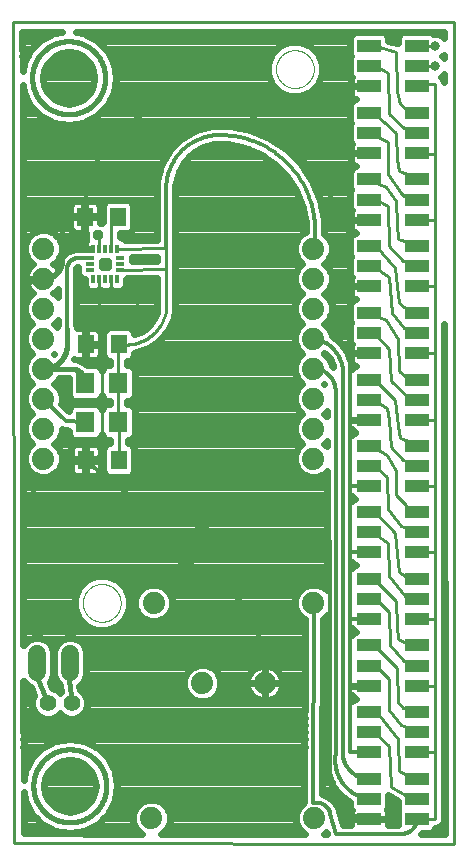
<source format=gtl>
G75*
%MOIN*%
%OFA0B0*%
%FSLAX25Y25*%
%IPPOS*%
%LPD*%
%AMOC8*
5,1,8,0,0,1.08239X$1,22.5*
%
%ADD10C,0.01000*%
%ADD11C,0.00000*%
%ADD12C,0.01600*%
%ADD13C,0.06000*%
%ADD14C,0.07400*%
%ADD15R,0.07874X0.04331*%
%ADD16R,0.06299X0.07087*%
%ADD17R,0.05512X0.06299*%
%ADD18C,0.05543*%
%ADD19R,0.03150X0.01181*%
%ADD20R,0.01181X0.03150*%
%ADD21C,0.02400*%
%ADD22C,0.01200*%
%ADD23C,0.03169*%
%ADD24OC8,0.03562*%
D10*
X0110444Y0004527D02*
X0257294Y0004330D01*
X0257098Y0278346D01*
X0110050Y0278346D01*
X0110444Y0004527D01*
X0228948Y0041534D02*
X0229053Y0041394D01*
X0230853Y0041394D01*
X0235409Y0036837D01*
X0236197Y0023309D01*
X0243846Y0018809D01*
X0244696Y0019290D01*
X0244696Y0012597D02*
X0250995Y0012597D01*
X0250995Y0034842D01*
X0244696Y0034842D01*
X0250995Y0034842D02*
X0250995Y0057086D01*
X0244696Y0057086D01*
X0250995Y0057086D02*
X0250995Y0079330D01*
X0244696Y0079330D01*
X0250995Y0079330D02*
X0250995Y0101574D01*
X0244696Y0101574D01*
X0250995Y0101574D02*
X0250995Y0123621D01*
X0244696Y0123621D01*
X0250995Y0123621D02*
X0250995Y0145668D01*
X0244696Y0145668D01*
X0250995Y0145668D02*
X0250995Y0167912D01*
X0244696Y0167912D01*
X0250995Y0167912D02*
X0250995Y0190157D01*
X0244696Y0190157D01*
X0250995Y0190157D02*
X0250995Y0212401D01*
X0244696Y0212401D01*
X0250995Y0212401D02*
X0250995Y0234251D01*
X0246664Y0234251D01*
X0246664Y0234645D01*
X0244696Y0234645D01*
X0250995Y0234251D02*
X0250995Y0257676D01*
X0244696Y0257676D01*
X0244696Y0256889D01*
X0244696Y0263582D02*
X0250827Y0263582D01*
X0250927Y0270175D02*
X0244696Y0270275D01*
X0237827Y0268248D02*
X0230065Y0270498D01*
X0228265Y0270498D01*
X0228948Y0270275D01*
X0228265Y0264198D02*
X0228948Y0263582D01*
X0228265Y0264198D02*
X0230065Y0264198D01*
X0235240Y0261386D01*
X0235634Y0247577D01*
X0240584Y0243020D01*
X0243565Y0243020D01*
X0244696Y0241338D01*
X0244696Y0248031D02*
X0243565Y0249320D01*
X0241653Y0248871D01*
X0239178Y0250839D01*
X0238221Y0255142D01*
X0237827Y0268248D01*
X0230065Y0248420D02*
X0228265Y0248420D01*
X0228948Y0248031D01*
X0230065Y0248420D02*
X0237827Y0241446D01*
X0238221Y0232671D01*
X0238784Y0228761D01*
X0242440Y0227186D01*
X0243565Y0227242D01*
X0244696Y0225786D01*
X0244696Y0219094D02*
X0240416Y0220239D01*
X0239403Y0221223D01*
X0235240Y0227749D01*
X0235240Y0238127D01*
X0231246Y0240152D01*
X0228265Y0242120D01*
X0228948Y0241338D01*
X0228948Y0225786D02*
X0232202Y0224374D01*
X0234396Y0223193D01*
X0237827Y0218580D01*
X0238221Y0210874D01*
X0238672Y0206093D01*
X0242721Y0204715D01*
X0243565Y0204264D01*
X0244696Y0203542D01*
X0243565Y0197964D02*
X0240190Y0198752D01*
X0235634Y0203702D01*
X0235240Y0216836D01*
X0230965Y0219142D01*
X0228265Y0219142D01*
X0228948Y0219094D01*
X0228948Y0203542D02*
X0232990Y0201790D01*
X0233215Y0201396D01*
X0237434Y0196390D01*
X0238221Y0190371D01*
X0238784Y0184493D01*
X0240472Y0183312D01*
X0243565Y0182186D01*
X0244696Y0181298D01*
X0243565Y0175886D02*
X0240584Y0176280D01*
X0236421Y0181231D01*
X0235437Y0193268D01*
X0230065Y0197064D01*
X0228265Y0197064D01*
X0228948Y0196849D01*
X0243565Y0197964D02*
X0244696Y0196849D01*
X0234460Y0178936D02*
X0228948Y0181298D01*
X0234460Y0178936D02*
X0238397Y0172637D01*
X0238987Y0162007D01*
X0242334Y0159054D01*
X0244696Y0159054D01*
X0244353Y0152515D02*
X0242553Y0152515D01*
X0236027Y0158646D01*
X0235634Y0169418D01*
X0230065Y0174986D01*
X0228265Y0174986D01*
X0228948Y0174605D01*
X0243565Y0175886D02*
X0244696Y0174605D01*
X0230853Y0158815D02*
X0229053Y0158815D01*
X0228948Y0159054D01*
X0230853Y0158815D02*
X0237434Y0152234D01*
X0238418Y0143543D01*
X0239065Y0139746D01*
X0242721Y0138172D01*
X0244353Y0137327D01*
X0244696Y0137007D01*
X0244353Y0131027D02*
X0244696Y0130314D01*
X0244353Y0131027D02*
X0240190Y0132209D01*
X0236027Y0136765D01*
X0235634Y0145765D01*
X0234902Y0149646D01*
X0232596Y0150827D01*
X0228948Y0152361D01*
X0228948Y0137007D02*
X0232596Y0135246D01*
X0234790Y0134065D01*
X0237827Y0128665D01*
X0237827Y0120678D01*
X0241146Y0117359D01*
X0241653Y0115784D01*
X0244353Y0115840D01*
X0244696Y0114960D01*
X0244353Y0108640D02*
X0244696Y0108267D01*
X0244353Y0108640D02*
X0239403Y0110215D01*
X0235240Y0115953D01*
X0234846Y0126527D01*
X0230853Y0130127D01*
X0229053Y0130127D01*
X0228948Y0130314D01*
X0228948Y0114960D02*
X0229053Y0114940D01*
X0230853Y0114940D01*
X0237434Y0107965D01*
X0238221Y0101046D01*
X0238868Y0094887D01*
X0242721Y0092131D01*
X0244353Y0093256D01*
X0244696Y0092716D01*
X0244353Y0086056D02*
X0240781Y0087040D01*
X0235437Y0093565D01*
X0235240Y0104534D01*
X0230853Y0107740D01*
X0229053Y0107740D01*
X0228948Y0108267D01*
X0228948Y0092716D02*
X0229053Y0092356D01*
X0230853Y0092356D01*
X0237940Y0085268D01*
X0238334Y0076887D01*
X0238587Y0072500D01*
X0242834Y0070334D01*
X0244353Y0071178D01*
X0244696Y0070472D01*
X0244696Y0063779D02*
X0240584Y0065159D01*
X0235746Y0070784D01*
X0235353Y0081556D01*
X0231753Y0085156D01*
X0229053Y0085156D01*
X0228948Y0086023D01*
X0228948Y0070472D02*
X0229053Y0070278D01*
X0230853Y0070278D01*
X0238053Y0063078D01*
X0238446Y0051631D01*
X0240050Y0049634D01*
X0243902Y0048257D01*
X0244353Y0048594D01*
X0244696Y0048227D01*
X0244353Y0042294D02*
X0239403Y0043868D01*
X0235465Y0048987D01*
X0235465Y0059365D01*
X0231753Y0063078D01*
X0229053Y0063078D01*
X0228948Y0063779D01*
X0228948Y0048227D02*
X0229735Y0047440D01*
X0232098Y0047440D01*
X0238397Y0039172D01*
X0238790Y0028739D01*
X0243909Y0025983D01*
X0244696Y0025983D01*
X0244696Y0041534D02*
X0244353Y0042294D01*
X0244696Y0086023D02*
X0244353Y0086056D01*
X0244696Y0152361D02*
X0244353Y0152515D01*
X0161215Y0182334D02*
X0161215Y0195523D01*
X0161215Y0202806D01*
X0161214Y0202823D01*
X0161209Y0202840D01*
X0161202Y0202855D01*
X0161192Y0202869D01*
X0161180Y0202881D01*
X0161166Y0202891D01*
X0161151Y0202898D01*
X0161134Y0202903D01*
X0161117Y0202904D01*
X0161117Y0202905D02*
X0144877Y0202708D01*
X0142908Y0202708D02*
X0142908Y0211100D01*
X0145178Y0213370D01*
X0138971Y0206743D02*
X0138971Y0202708D01*
X0137003Y0202707D02*
X0136906Y0202694D01*
X0136809Y0202684D01*
X0136712Y0202678D01*
X0136614Y0202676D01*
X0136516Y0202678D01*
X0136419Y0202683D01*
X0136322Y0202693D01*
X0136225Y0202706D01*
X0136129Y0202723D01*
X0136033Y0202744D01*
X0135939Y0202768D01*
X0135845Y0202796D01*
X0135753Y0202828D01*
X0135662Y0202863D01*
X0135573Y0202902D01*
X0135485Y0202945D01*
X0135399Y0202991D01*
X0135314Y0203040D01*
X0135232Y0203092D01*
X0135152Y0203148D01*
X0135074Y0203207D01*
X0134998Y0203268D01*
X0134925Y0203333D01*
X0134855Y0203401D01*
X0134787Y0203471D01*
X0134722Y0203544D01*
X0134660Y0203619D01*
X0134601Y0203697D01*
X0134545Y0203777D01*
X0134492Y0203859D01*
X0134442Y0203943D01*
X0134396Y0204029D01*
X0134353Y0204117D01*
X0134314Y0204206D01*
X0134278Y0204297D01*
X0134246Y0204389D01*
X0134218Y0204482D01*
X0134193Y0204577D01*
X0134172Y0204672D01*
X0134154Y0204768D01*
X0134155Y0204769D02*
X0134155Y0213370D01*
X0138578Y0207137D02*
X0138617Y0207135D01*
X0138655Y0207129D01*
X0138692Y0207120D01*
X0138729Y0207107D01*
X0138764Y0207090D01*
X0138797Y0207071D01*
X0138828Y0207048D01*
X0138857Y0207022D01*
X0138883Y0206993D01*
X0138906Y0206962D01*
X0138925Y0206929D01*
X0138942Y0206894D01*
X0138955Y0206857D01*
X0138964Y0206820D01*
X0138970Y0206782D01*
X0138972Y0206743D01*
X0145959Y0195720D02*
X0160822Y0195917D01*
X0160861Y0195915D01*
X0160899Y0195909D01*
X0160936Y0195900D01*
X0160973Y0195887D01*
X0161008Y0195870D01*
X0161041Y0195851D01*
X0161072Y0195828D01*
X0161101Y0195802D01*
X0161127Y0195773D01*
X0161150Y0195742D01*
X0161169Y0195709D01*
X0161186Y0195674D01*
X0161199Y0195637D01*
X0161208Y0195600D01*
X0161214Y0195562D01*
X0161216Y0195523D01*
X0151373Y0186861D02*
X0151373Y0176231D01*
X0138971Y0176428D01*
X0138971Y0169735D01*
X0139025Y0169733D01*
X0139078Y0169728D01*
X0139131Y0169719D01*
X0139183Y0169706D01*
X0139235Y0169690D01*
X0139285Y0169670D01*
X0139333Y0169647D01*
X0139380Y0169620D01*
X0139425Y0169591D01*
X0139468Y0169558D01*
X0139508Y0169523D01*
X0139546Y0169485D01*
X0139581Y0169445D01*
X0139614Y0169402D01*
X0139643Y0169357D01*
X0139670Y0169310D01*
X0139693Y0169262D01*
X0139713Y0169212D01*
X0139729Y0169160D01*
X0139742Y0169108D01*
X0139751Y0169055D01*
X0139756Y0169002D01*
X0139758Y0168948D01*
X0139759Y0168948D02*
X0139759Y0166980D01*
X0139759Y0136861D01*
X0139757Y0136728D01*
X0139751Y0136595D01*
X0139742Y0136463D01*
X0139728Y0136330D01*
X0139711Y0136198D01*
X0139690Y0136067D01*
X0139665Y0135936D01*
X0139636Y0135807D01*
X0139603Y0135678D01*
X0139567Y0135550D01*
X0139527Y0135423D01*
X0139483Y0135297D01*
X0139436Y0135173D01*
X0139385Y0135050D01*
X0139331Y0134929D01*
X0139273Y0134809D01*
X0139211Y0134691D01*
X0139146Y0134575D01*
X0139078Y0134461D01*
X0139007Y0134349D01*
X0138932Y0134239D01*
X0138854Y0134131D01*
X0138773Y0134025D01*
X0138689Y0133922D01*
X0138602Y0133822D01*
X0138513Y0133724D01*
X0138420Y0133628D01*
X0138324Y0133535D01*
X0138226Y0133446D01*
X0138126Y0133359D01*
X0138023Y0133275D01*
X0137917Y0133194D01*
X0137809Y0133116D01*
X0137699Y0133041D01*
X0137587Y0132970D01*
X0137473Y0132902D01*
X0137357Y0132837D01*
X0137239Y0132775D01*
X0137119Y0132717D01*
X0136998Y0132663D01*
X0136875Y0132612D01*
X0136751Y0132565D01*
X0136625Y0132521D01*
X0136498Y0132481D01*
X0136370Y0132445D01*
X0136241Y0132412D01*
X0136112Y0132383D01*
X0135981Y0132358D01*
X0135850Y0132337D01*
X0135718Y0132320D01*
X0135585Y0132306D01*
X0135453Y0132297D01*
X0135320Y0132291D01*
X0135187Y0132289D01*
X0135187Y0132290D02*
X0134457Y0132290D01*
X0145480Y0132290D02*
X0145480Y0144750D01*
X0145287Y0144944D01*
X0145287Y0157936D01*
X0145287Y0170736D01*
X0145467Y0170917D01*
X0138971Y0176428D02*
X0138971Y0192669D01*
X0138971Y0187255D01*
X0142908Y0186861D02*
X0151373Y0186861D01*
X0161215Y0182334D02*
X0161159Y0182006D01*
X0161095Y0181680D01*
X0161023Y0181356D01*
X0160943Y0181033D01*
X0160855Y0180712D01*
X0160760Y0180394D01*
X0160657Y0180078D01*
X0160546Y0179764D01*
X0160428Y0179454D01*
X0160303Y0179146D01*
X0160170Y0178842D01*
X0160029Y0178540D01*
X0159882Y0178242D01*
X0159727Y0177948D01*
X0159565Y0177658D01*
X0159396Y0177372D01*
X0159221Y0177089D01*
X0159038Y0176812D01*
X0158849Y0176538D01*
X0158653Y0176270D01*
X0158451Y0176006D01*
X0158243Y0175747D01*
X0158028Y0175493D01*
X0157808Y0175244D01*
X0157581Y0175001D01*
X0157349Y0174764D01*
X0157111Y0174532D01*
X0156867Y0174306D01*
X0156618Y0174085D01*
X0156364Y0173871D01*
X0156104Y0173664D01*
X0155840Y0173462D01*
X0155571Y0173267D01*
X0155297Y0173078D01*
X0155019Y0172896D01*
X0154737Y0172721D01*
X0154450Y0172553D01*
X0154159Y0172392D01*
X0153865Y0172238D01*
X0153567Y0172091D01*
X0153265Y0171951D01*
X0152960Y0171819D01*
X0152652Y0171694D01*
X0152341Y0171576D01*
X0152028Y0171466D01*
X0151712Y0171364D01*
X0151393Y0171269D01*
X0151072Y0171182D01*
X0150749Y0171103D01*
X0150425Y0171031D01*
X0150099Y0170968D01*
X0149771Y0170912D01*
X0149442Y0170864D01*
X0149112Y0170825D01*
X0148781Y0170793D01*
X0148450Y0170769D01*
X0148118Y0170754D01*
X0147785Y0170746D01*
X0147453Y0170746D01*
X0147121Y0170755D01*
X0146789Y0170771D01*
X0146457Y0170795D01*
X0146126Y0170828D01*
X0145797Y0170868D01*
X0145468Y0170917D01*
X0134444Y0170917D02*
X0134444Y0172294D01*
X0134444Y0172295D02*
X0134588Y0172293D01*
X0134732Y0172287D01*
X0134875Y0172277D01*
X0135019Y0172264D01*
X0135162Y0172246D01*
X0135304Y0172225D01*
X0135446Y0172200D01*
X0135587Y0172171D01*
X0135727Y0172138D01*
X0135866Y0172101D01*
X0136004Y0172061D01*
X0136141Y0172017D01*
X0136277Y0171969D01*
X0136411Y0171918D01*
X0136544Y0171862D01*
X0136676Y0171804D01*
X0136806Y0171742D01*
X0136934Y0171676D01*
X0137060Y0171607D01*
X0137184Y0171534D01*
X0137306Y0171458D01*
X0137427Y0171379D01*
X0137545Y0171297D01*
X0137661Y0171211D01*
X0137774Y0171123D01*
X0137885Y0171031D01*
X0137993Y0170936D01*
X0138099Y0170839D01*
X0138202Y0170738D01*
X0138303Y0170635D01*
X0138400Y0170529D01*
X0138495Y0170421D01*
X0138587Y0170310D01*
X0138675Y0170197D01*
X0138761Y0170081D01*
X0138843Y0169963D01*
X0138922Y0169842D01*
X0138998Y0169720D01*
X0139071Y0169596D01*
X0139140Y0169470D01*
X0139206Y0169342D01*
X0139268Y0169212D01*
X0139326Y0169080D01*
X0139382Y0168947D01*
X0139433Y0168813D01*
X0139481Y0168677D01*
X0139525Y0168540D01*
X0139565Y0168402D01*
X0139602Y0168263D01*
X0139635Y0168123D01*
X0139664Y0167982D01*
X0139689Y0167840D01*
X0139710Y0167698D01*
X0139728Y0167555D01*
X0139741Y0167411D01*
X0139751Y0167268D01*
X0139757Y0167124D01*
X0139759Y0166980D01*
X0142908Y0186861D02*
X0142908Y0192669D01*
D11*
X0197846Y0262597D02*
X0197848Y0262755D01*
X0197854Y0262913D01*
X0197864Y0263071D01*
X0197878Y0263229D01*
X0197896Y0263386D01*
X0197917Y0263543D01*
X0197943Y0263699D01*
X0197973Y0263855D01*
X0198006Y0264010D01*
X0198044Y0264163D01*
X0198085Y0264316D01*
X0198130Y0264468D01*
X0198179Y0264619D01*
X0198232Y0264768D01*
X0198288Y0264916D01*
X0198348Y0265062D01*
X0198412Y0265207D01*
X0198480Y0265350D01*
X0198551Y0265492D01*
X0198625Y0265632D01*
X0198703Y0265769D01*
X0198785Y0265905D01*
X0198869Y0266039D01*
X0198958Y0266170D01*
X0199049Y0266299D01*
X0199144Y0266426D01*
X0199241Y0266551D01*
X0199342Y0266673D01*
X0199446Y0266792D01*
X0199553Y0266909D01*
X0199663Y0267023D01*
X0199776Y0267134D01*
X0199891Y0267243D01*
X0200009Y0267348D01*
X0200130Y0267450D01*
X0200253Y0267550D01*
X0200379Y0267646D01*
X0200507Y0267739D01*
X0200637Y0267829D01*
X0200770Y0267915D01*
X0200905Y0267999D01*
X0201041Y0268078D01*
X0201180Y0268155D01*
X0201321Y0268227D01*
X0201463Y0268297D01*
X0201607Y0268362D01*
X0201753Y0268424D01*
X0201900Y0268482D01*
X0202049Y0268537D01*
X0202199Y0268588D01*
X0202350Y0268635D01*
X0202502Y0268678D01*
X0202655Y0268717D01*
X0202810Y0268753D01*
X0202965Y0268784D01*
X0203121Y0268812D01*
X0203277Y0268836D01*
X0203434Y0268856D01*
X0203592Y0268872D01*
X0203749Y0268884D01*
X0203908Y0268892D01*
X0204066Y0268896D01*
X0204224Y0268896D01*
X0204382Y0268892D01*
X0204541Y0268884D01*
X0204698Y0268872D01*
X0204856Y0268856D01*
X0205013Y0268836D01*
X0205169Y0268812D01*
X0205325Y0268784D01*
X0205480Y0268753D01*
X0205635Y0268717D01*
X0205788Y0268678D01*
X0205940Y0268635D01*
X0206091Y0268588D01*
X0206241Y0268537D01*
X0206390Y0268482D01*
X0206537Y0268424D01*
X0206683Y0268362D01*
X0206827Y0268297D01*
X0206969Y0268227D01*
X0207110Y0268155D01*
X0207249Y0268078D01*
X0207385Y0267999D01*
X0207520Y0267915D01*
X0207653Y0267829D01*
X0207783Y0267739D01*
X0207911Y0267646D01*
X0208037Y0267550D01*
X0208160Y0267450D01*
X0208281Y0267348D01*
X0208399Y0267243D01*
X0208514Y0267134D01*
X0208627Y0267023D01*
X0208737Y0266909D01*
X0208844Y0266792D01*
X0208948Y0266673D01*
X0209049Y0266551D01*
X0209146Y0266426D01*
X0209241Y0266299D01*
X0209332Y0266170D01*
X0209421Y0266039D01*
X0209505Y0265905D01*
X0209587Y0265769D01*
X0209665Y0265632D01*
X0209739Y0265492D01*
X0209810Y0265350D01*
X0209878Y0265207D01*
X0209942Y0265062D01*
X0210002Y0264916D01*
X0210058Y0264768D01*
X0210111Y0264619D01*
X0210160Y0264468D01*
X0210205Y0264316D01*
X0210246Y0264163D01*
X0210284Y0264010D01*
X0210317Y0263855D01*
X0210347Y0263699D01*
X0210373Y0263543D01*
X0210394Y0263386D01*
X0210412Y0263229D01*
X0210426Y0263071D01*
X0210436Y0262913D01*
X0210442Y0262755D01*
X0210444Y0262597D01*
X0210442Y0262439D01*
X0210436Y0262281D01*
X0210426Y0262123D01*
X0210412Y0261965D01*
X0210394Y0261808D01*
X0210373Y0261651D01*
X0210347Y0261495D01*
X0210317Y0261339D01*
X0210284Y0261184D01*
X0210246Y0261031D01*
X0210205Y0260878D01*
X0210160Y0260726D01*
X0210111Y0260575D01*
X0210058Y0260426D01*
X0210002Y0260278D01*
X0209942Y0260132D01*
X0209878Y0259987D01*
X0209810Y0259844D01*
X0209739Y0259702D01*
X0209665Y0259562D01*
X0209587Y0259425D01*
X0209505Y0259289D01*
X0209421Y0259155D01*
X0209332Y0259024D01*
X0209241Y0258895D01*
X0209146Y0258768D01*
X0209049Y0258643D01*
X0208948Y0258521D01*
X0208844Y0258402D01*
X0208737Y0258285D01*
X0208627Y0258171D01*
X0208514Y0258060D01*
X0208399Y0257951D01*
X0208281Y0257846D01*
X0208160Y0257744D01*
X0208037Y0257644D01*
X0207911Y0257548D01*
X0207783Y0257455D01*
X0207653Y0257365D01*
X0207520Y0257279D01*
X0207385Y0257195D01*
X0207249Y0257116D01*
X0207110Y0257039D01*
X0206969Y0256967D01*
X0206827Y0256897D01*
X0206683Y0256832D01*
X0206537Y0256770D01*
X0206390Y0256712D01*
X0206241Y0256657D01*
X0206091Y0256606D01*
X0205940Y0256559D01*
X0205788Y0256516D01*
X0205635Y0256477D01*
X0205480Y0256441D01*
X0205325Y0256410D01*
X0205169Y0256382D01*
X0205013Y0256358D01*
X0204856Y0256338D01*
X0204698Y0256322D01*
X0204541Y0256310D01*
X0204382Y0256302D01*
X0204224Y0256298D01*
X0204066Y0256298D01*
X0203908Y0256302D01*
X0203749Y0256310D01*
X0203592Y0256322D01*
X0203434Y0256338D01*
X0203277Y0256358D01*
X0203121Y0256382D01*
X0202965Y0256410D01*
X0202810Y0256441D01*
X0202655Y0256477D01*
X0202502Y0256516D01*
X0202350Y0256559D01*
X0202199Y0256606D01*
X0202049Y0256657D01*
X0201900Y0256712D01*
X0201753Y0256770D01*
X0201607Y0256832D01*
X0201463Y0256897D01*
X0201321Y0256967D01*
X0201180Y0257039D01*
X0201041Y0257116D01*
X0200905Y0257195D01*
X0200770Y0257279D01*
X0200637Y0257365D01*
X0200507Y0257455D01*
X0200379Y0257548D01*
X0200253Y0257644D01*
X0200130Y0257744D01*
X0200009Y0257846D01*
X0199891Y0257951D01*
X0199776Y0258060D01*
X0199663Y0258171D01*
X0199553Y0258285D01*
X0199446Y0258402D01*
X0199342Y0258521D01*
X0199241Y0258643D01*
X0199144Y0258768D01*
X0199049Y0258895D01*
X0198958Y0259024D01*
X0198869Y0259155D01*
X0198785Y0259289D01*
X0198703Y0259425D01*
X0198625Y0259562D01*
X0198551Y0259702D01*
X0198480Y0259844D01*
X0198412Y0259987D01*
X0198348Y0260132D01*
X0198288Y0260278D01*
X0198232Y0260426D01*
X0198179Y0260575D01*
X0198130Y0260726D01*
X0198085Y0260878D01*
X0198044Y0261031D01*
X0198006Y0261184D01*
X0197973Y0261339D01*
X0197943Y0261495D01*
X0197917Y0261651D01*
X0197896Y0261808D01*
X0197878Y0261965D01*
X0197864Y0262123D01*
X0197854Y0262281D01*
X0197848Y0262439D01*
X0197846Y0262597D01*
X0133476Y0084645D02*
X0133478Y0084803D01*
X0133484Y0084961D01*
X0133494Y0085119D01*
X0133508Y0085277D01*
X0133526Y0085434D01*
X0133547Y0085591D01*
X0133573Y0085747D01*
X0133603Y0085903D01*
X0133636Y0086058D01*
X0133674Y0086211D01*
X0133715Y0086364D01*
X0133760Y0086516D01*
X0133809Y0086667D01*
X0133862Y0086816D01*
X0133918Y0086964D01*
X0133978Y0087110D01*
X0134042Y0087255D01*
X0134110Y0087398D01*
X0134181Y0087540D01*
X0134255Y0087680D01*
X0134333Y0087817D01*
X0134415Y0087953D01*
X0134499Y0088087D01*
X0134588Y0088218D01*
X0134679Y0088347D01*
X0134774Y0088474D01*
X0134871Y0088599D01*
X0134972Y0088721D01*
X0135076Y0088840D01*
X0135183Y0088957D01*
X0135293Y0089071D01*
X0135406Y0089182D01*
X0135521Y0089291D01*
X0135639Y0089396D01*
X0135760Y0089498D01*
X0135883Y0089598D01*
X0136009Y0089694D01*
X0136137Y0089787D01*
X0136267Y0089877D01*
X0136400Y0089963D01*
X0136535Y0090047D01*
X0136671Y0090126D01*
X0136810Y0090203D01*
X0136951Y0090275D01*
X0137093Y0090345D01*
X0137237Y0090410D01*
X0137383Y0090472D01*
X0137530Y0090530D01*
X0137679Y0090585D01*
X0137829Y0090636D01*
X0137980Y0090683D01*
X0138132Y0090726D01*
X0138285Y0090765D01*
X0138440Y0090801D01*
X0138595Y0090832D01*
X0138751Y0090860D01*
X0138907Y0090884D01*
X0139064Y0090904D01*
X0139222Y0090920D01*
X0139379Y0090932D01*
X0139538Y0090940D01*
X0139696Y0090944D01*
X0139854Y0090944D01*
X0140012Y0090940D01*
X0140171Y0090932D01*
X0140328Y0090920D01*
X0140486Y0090904D01*
X0140643Y0090884D01*
X0140799Y0090860D01*
X0140955Y0090832D01*
X0141110Y0090801D01*
X0141265Y0090765D01*
X0141418Y0090726D01*
X0141570Y0090683D01*
X0141721Y0090636D01*
X0141871Y0090585D01*
X0142020Y0090530D01*
X0142167Y0090472D01*
X0142313Y0090410D01*
X0142457Y0090345D01*
X0142599Y0090275D01*
X0142740Y0090203D01*
X0142879Y0090126D01*
X0143015Y0090047D01*
X0143150Y0089963D01*
X0143283Y0089877D01*
X0143413Y0089787D01*
X0143541Y0089694D01*
X0143667Y0089598D01*
X0143790Y0089498D01*
X0143911Y0089396D01*
X0144029Y0089291D01*
X0144144Y0089182D01*
X0144257Y0089071D01*
X0144367Y0088957D01*
X0144474Y0088840D01*
X0144578Y0088721D01*
X0144679Y0088599D01*
X0144776Y0088474D01*
X0144871Y0088347D01*
X0144962Y0088218D01*
X0145051Y0088087D01*
X0145135Y0087953D01*
X0145217Y0087817D01*
X0145295Y0087680D01*
X0145369Y0087540D01*
X0145440Y0087398D01*
X0145508Y0087255D01*
X0145572Y0087110D01*
X0145632Y0086964D01*
X0145688Y0086816D01*
X0145741Y0086667D01*
X0145790Y0086516D01*
X0145835Y0086364D01*
X0145876Y0086211D01*
X0145914Y0086058D01*
X0145947Y0085903D01*
X0145977Y0085747D01*
X0146003Y0085591D01*
X0146024Y0085434D01*
X0146042Y0085277D01*
X0146056Y0085119D01*
X0146066Y0084961D01*
X0146072Y0084803D01*
X0146074Y0084645D01*
X0146072Y0084487D01*
X0146066Y0084329D01*
X0146056Y0084171D01*
X0146042Y0084013D01*
X0146024Y0083856D01*
X0146003Y0083699D01*
X0145977Y0083543D01*
X0145947Y0083387D01*
X0145914Y0083232D01*
X0145876Y0083079D01*
X0145835Y0082926D01*
X0145790Y0082774D01*
X0145741Y0082623D01*
X0145688Y0082474D01*
X0145632Y0082326D01*
X0145572Y0082180D01*
X0145508Y0082035D01*
X0145440Y0081892D01*
X0145369Y0081750D01*
X0145295Y0081610D01*
X0145217Y0081473D01*
X0145135Y0081337D01*
X0145051Y0081203D01*
X0144962Y0081072D01*
X0144871Y0080943D01*
X0144776Y0080816D01*
X0144679Y0080691D01*
X0144578Y0080569D01*
X0144474Y0080450D01*
X0144367Y0080333D01*
X0144257Y0080219D01*
X0144144Y0080108D01*
X0144029Y0079999D01*
X0143911Y0079894D01*
X0143790Y0079792D01*
X0143667Y0079692D01*
X0143541Y0079596D01*
X0143413Y0079503D01*
X0143283Y0079413D01*
X0143150Y0079327D01*
X0143015Y0079243D01*
X0142879Y0079164D01*
X0142740Y0079087D01*
X0142599Y0079015D01*
X0142457Y0078945D01*
X0142313Y0078880D01*
X0142167Y0078818D01*
X0142020Y0078760D01*
X0141871Y0078705D01*
X0141721Y0078654D01*
X0141570Y0078607D01*
X0141418Y0078564D01*
X0141265Y0078525D01*
X0141110Y0078489D01*
X0140955Y0078458D01*
X0140799Y0078430D01*
X0140643Y0078406D01*
X0140486Y0078386D01*
X0140328Y0078370D01*
X0140171Y0078358D01*
X0140012Y0078350D01*
X0139854Y0078346D01*
X0139696Y0078346D01*
X0139538Y0078350D01*
X0139379Y0078358D01*
X0139222Y0078370D01*
X0139064Y0078386D01*
X0138907Y0078406D01*
X0138751Y0078430D01*
X0138595Y0078458D01*
X0138440Y0078489D01*
X0138285Y0078525D01*
X0138132Y0078564D01*
X0137980Y0078607D01*
X0137829Y0078654D01*
X0137679Y0078705D01*
X0137530Y0078760D01*
X0137383Y0078818D01*
X0137237Y0078880D01*
X0137093Y0078945D01*
X0136951Y0079015D01*
X0136810Y0079087D01*
X0136671Y0079164D01*
X0136535Y0079243D01*
X0136400Y0079327D01*
X0136267Y0079413D01*
X0136137Y0079503D01*
X0136009Y0079596D01*
X0135883Y0079692D01*
X0135760Y0079792D01*
X0135639Y0079894D01*
X0135521Y0079999D01*
X0135406Y0080108D01*
X0135293Y0080219D01*
X0135183Y0080333D01*
X0135076Y0080450D01*
X0134972Y0080569D01*
X0134871Y0080691D01*
X0134774Y0080816D01*
X0134679Y0080943D01*
X0134588Y0081072D01*
X0134499Y0081203D01*
X0134415Y0081337D01*
X0134333Y0081473D01*
X0134255Y0081610D01*
X0134181Y0081750D01*
X0134110Y0081892D01*
X0134042Y0082035D01*
X0133978Y0082180D01*
X0133918Y0082326D01*
X0133862Y0082474D01*
X0133809Y0082623D01*
X0133760Y0082774D01*
X0133715Y0082926D01*
X0133674Y0083079D01*
X0133636Y0083232D01*
X0133603Y0083387D01*
X0133573Y0083543D01*
X0133547Y0083699D01*
X0133526Y0083856D01*
X0133508Y0084013D01*
X0133494Y0084171D01*
X0133484Y0084329D01*
X0133478Y0084487D01*
X0133476Y0084645D01*
D12*
X0119426Y0100050D02*
X0155310Y0100050D01*
X0129257Y0064580D02*
X0128863Y0058934D01*
X0129700Y0051257D01*
X0121826Y0051257D02*
X0118650Y0058934D01*
X0118257Y0064580D01*
X0155310Y0100051D02*
X0156247Y0100040D01*
X0157184Y0100006D01*
X0158119Y0099949D01*
X0159053Y0099870D01*
X0159984Y0099768D01*
X0160913Y0099644D01*
X0161839Y0099497D01*
X0162761Y0099329D01*
X0163678Y0099137D01*
X0164591Y0098924D01*
X0165498Y0098689D01*
X0166399Y0098432D01*
X0167294Y0098153D01*
X0168181Y0097853D01*
X0169062Y0097531D01*
X0169934Y0097188D01*
X0170797Y0096824D01*
X0171652Y0096440D01*
X0172497Y0096034D01*
X0173332Y0095609D01*
X0174156Y0095163D01*
X0174970Y0094698D01*
X0175772Y0094213D01*
X0176562Y0093709D01*
X0177340Y0093186D01*
X0178104Y0092645D01*
X0178856Y0092085D01*
X0179593Y0091507D01*
X0180317Y0090911D01*
X0181026Y0090298D01*
X0181720Y0089668D01*
X0182398Y0089022D01*
X0183061Y0088359D01*
X0183707Y0087681D01*
X0184337Y0086987D01*
X0184950Y0086278D01*
X0185546Y0085554D01*
X0186124Y0084817D01*
X0186684Y0084065D01*
X0187225Y0083301D01*
X0187748Y0082523D01*
X0188252Y0081733D01*
X0188737Y0080931D01*
X0189202Y0080117D01*
X0189648Y0079293D01*
X0190073Y0078458D01*
X0190479Y0077613D01*
X0190863Y0076758D01*
X0191227Y0075895D01*
X0191570Y0075023D01*
X0191892Y0074142D01*
X0192192Y0073255D01*
X0192471Y0072360D01*
X0192728Y0071459D01*
X0192963Y0070552D01*
X0193176Y0069639D01*
X0193368Y0068722D01*
X0193536Y0067800D01*
X0193683Y0066874D01*
X0193807Y0065945D01*
X0193909Y0065014D01*
X0193988Y0064080D01*
X0194045Y0063145D01*
X0194079Y0062208D01*
X0194090Y0061271D01*
X0194089Y0061271D02*
X0194089Y0057924D01*
X0116961Y0023672D02*
X0116965Y0023971D01*
X0116976Y0024269D01*
X0116994Y0024567D01*
X0117020Y0024865D01*
X0117053Y0025161D01*
X0117093Y0025457D01*
X0117140Y0025752D01*
X0117195Y0026046D01*
X0117257Y0026338D01*
X0117326Y0026629D01*
X0117402Y0026917D01*
X0117485Y0027204D01*
X0117575Y0027489D01*
X0117672Y0027771D01*
X0117776Y0028051D01*
X0117887Y0028328D01*
X0118005Y0028603D01*
X0118129Y0028874D01*
X0118260Y0029143D01*
X0118398Y0029408D01*
X0118542Y0029670D01*
X0118692Y0029928D01*
X0118849Y0030182D01*
X0119012Y0030432D01*
X0119181Y0030678D01*
X0119356Y0030920D01*
X0119536Y0031158D01*
X0119723Y0031391D01*
X0119915Y0031620D01*
X0120113Y0031844D01*
X0120316Y0032062D01*
X0120525Y0032276D01*
X0120739Y0032485D01*
X0120957Y0032688D01*
X0121181Y0032886D01*
X0121410Y0033078D01*
X0121643Y0033265D01*
X0121881Y0033445D01*
X0122123Y0033620D01*
X0122369Y0033789D01*
X0122619Y0033952D01*
X0122873Y0034109D01*
X0123131Y0034259D01*
X0123393Y0034403D01*
X0123658Y0034541D01*
X0123927Y0034672D01*
X0124198Y0034796D01*
X0124473Y0034914D01*
X0124750Y0035025D01*
X0125030Y0035129D01*
X0125312Y0035226D01*
X0125597Y0035316D01*
X0125884Y0035399D01*
X0126172Y0035475D01*
X0126463Y0035544D01*
X0126755Y0035606D01*
X0127049Y0035661D01*
X0127344Y0035708D01*
X0127640Y0035748D01*
X0127936Y0035781D01*
X0128234Y0035807D01*
X0128532Y0035825D01*
X0128830Y0035836D01*
X0129129Y0035840D01*
X0129428Y0035836D01*
X0129726Y0035825D01*
X0130024Y0035807D01*
X0130322Y0035781D01*
X0130618Y0035748D01*
X0130914Y0035708D01*
X0131209Y0035661D01*
X0131503Y0035606D01*
X0131795Y0035544D01*
X0132086Y0035475D01*
X0132374Y0035399D01*
X0132661Y0035316D01*
X0132946Y0035226D01*
X0133228Y0035129D01*
X0133508Y0035025D01*
X0133785Y0034914D01*
X0134060Y0034796D01*
X0134331Y0034672D01*
X0134600Y0034541D01*
X0134865Y0034403D01*
X0135127Y0034259D01*
X0135385Y0034109D01*
X0135639Y0033952D01*
X0135889Y0033789D01*
X0136135Y0033620D01*
X0136377Y0033445D01*
X0136615Y0033265D01*
X0136848Y0033078D01*
X0137077Y0032886D01*
X0137301Y0032688D01*
X0137519Y0032485D01*
X0137733Y0032276D01*
X0137942Y0032062D01*
X0138145Y0031844D01*
X0138343Y0031620D01*
X0138535Y0031391D01*
X0138722Y0031158D01*
X0138902Y0030920D01*
X0139077Y0030678D01*
X0139246Y0030432D01*
X0139409Y0030182D01*
X0139566Y0029928D01*
X0139716Y0029670D01*
X0139860Y0029408D01*
X0139998Y0029143D01*
X0140129Y0028874D01*
X0140253Y0028603D01*
X0140371Y0028328D01*
X0140482Y0028051D01*
X0140586Y0027771D01*
X0140683Y0027489D01*
X0140773Y0027204D01*
X0140856Y0026917D01*
X0140932Y0026629D01*
X0141001Y0026338D01*
X0141063Y0026046D01*
X0141118Y0025752D01*
X0141165Y0025457D01*
X0141205Y0025161D01*
X0141238Y0024865D01*
X0141264Y0024567D01*
X0141282Y0024269D01*
X0141293Y0023971D01*
X0141297Y0023672D01*
X0141293Y0023373D01*
X0141282Y0023075D01*
X0141264Y0022777D01*
X0141238Y0022479D01*
X0141205Y0022183D01*
X0141165Y0021887D01*
X0141118Y0021592D01*
X0141063Y0021298D01*
X0141001Y0021006D01*
X0140932Y0020715D01*
X0140856Y0020427D01*
X0140773Y0020140D01*
X0140683Y0019855D01*
X0140586Y0019573D01*
X0140482Y0019293D01*
X0140371Y0019016D01*
X0140253Y0018741D01*
X0140129Y0018470D01*
X0139998Y0018201D01*
X0139860Y0017936D01*
X0139716Y0017674D01*
X0139566Y0017416D01*
X0139409Y0017162D01*
X0139246Y0016912D01*
X0139077Y0016666D01*
X0138902Y0016424D01*
X0138722Y0016186D01*
X0138535Y0015953D01*
X0138343Y0015724D01*
X0138145Y0015500D01*
X0137942Y0015282D01*
X0137733Y0015068D01*
X0137519Y0014859D01*
X0137301Y0014656D01*
X0137077Y0014458D01*
X0136848Y0014266D01*
X0136615Y0014079D01*
X0136377Y0013899D01*
X0136135Y0013724D01*
X0135889Y0013555D01*
X0135639Y0013392D01*
X0135385Y0013235D01*
X0135127Y0013085D01*
X0134865Y0012941D01*
X0134600Y0012803D01*
X0134331Y0012672D01*
X0134060Y0012548D01*
X0133785Y0012430D01*
X0133508Y0012319D01*
X0133228Y0012215D01*
X0132946Y0012118D01*
X0132661Y0012028D01*
X0132374Y0011945D01*
X0132086Y0011869D01*
X0131795Y0011800D01*
X0131503Y0011738D01*
X0131209Y0011683D01*
X0130914Y0011636D01*
X0130618Y0011596D01*
X0130322Y0011563D01*
X0130024Y0011537D01*
X0129726Y0011519D01*
X0129428Y0011508D01*
X0129129Y0011504D01*
X0128830Y0011508D01*
X0128532Y0011519D01*
X0128234Y0011537D01*
X0127936Y0011563D01*
X0127640Y0011596D01*
X0127344Y0011636D01*
X0127049Y0011683D01*
X0126755Y0011738D01*
X0126463Y0011800D01*
X0126172Y0011869D01*
X0125884Y0011945D01*
X0125597Y0012028D01*
X0125312Y0012118D01*
X0125030Y0012215D01*
X0124750Y0012319D01*
X0124473Y0012430D01*
X0124198Y0012548D01*
X0123927Y0012672D01*
X0123658Y0012803D01*
X0123393Y0012941D01*
X0123131Y0013085D01*
X0122873Y0013235D01*
X0122619Y0013392D01*
X0122369Y0013555D01*
X0122123Y0013724D01*
X0121881Y0013899D01*
X0121643Y0014079D01*
X0121410Y0014266D01*
X0121181Y0014458D01*
X0120957Y0014656D01*
X0120739Y0014859D01*
X0120525Y0015068D01*
X0120316Y0015282D01*
X0120113Y0015500D01*
X0119915Y0015724D01*
X0119723Y0015953D01*
X0119536Y0016186D01*
X0119356Y0016424D01*
X0119181Y0016666D01*
X0119012Y0016912D01*
X0118849Y0017162D01*
X0118692Y0017416D01*
X0118542Y0017674D01*
X0118398Y0017936D01*
X0118260Y0018201D01*
X0118129Y0018470D01*
X0118005Y0018741D01*
X0117887Y0019016D01*
X0117776Y0019293D01*
X0117672Y0019573D01*
X0117575Y0019855D01*
X0117485Y0020140D01*
X0117402Y0020427D01*
X0117326Y0020715D01*
X0117257Y0021006D01*
X0117195Y0021298D01*
X0117140Y0021592D01*
X0117093Y0021887D01*
X0117053Y0022183D01*
X0117020Y0022479D01*
X0116994Y0022777D01*
X0116976Y0023075D01*
X0116965Y0023373D01*
X0116961Y0023672D01*
X0119426Y0100051D02*
X0119273Y0100053D01*
X0119120Y0100059D01*
X0118967Y0100068D01*
X0118814Y0100082D01*
X0118662Y0100099D01*
X0118511Y0100121D01*
X0118360Y0100146D01*
X0118209Y0100175D01*
X0118060Y0100207D01*
X0117911Y0100244D01*
X0117763Y0100284D01*
X0117616Y0100328D01*
X0117471Y0100376D01*
X0117327Y0100427D01*
X0117184Y0100482D01*
X0117042Y0100541D01*
X0116902Y0100603D01*
X0116764Y0100669D01*
X0116627Y0100738D01*
X0116492Y0100811D01*
X0116359Y0100887D01*
X0116228Y0100966D01*
X0116099Y0101049D01*
X0115973Y0101134D01*
X0115848Y0101224D01*
X0115726Y0101316D01*
X0115606Y0101411D01*
X0115488Y0101509D01*
X0115374Y0101611D01*
X0115261Y0101715D01*
X0115152Y0101822D01*
X0115045Y0101931D01*
X0114941Y0102044D01*
X0114839Y0102158D01*
X0114741Y0102276D01*
X0114646Y0102396D01*
X0114554Y0102518D01*
X0114464Y0102643D01*
X0114379Y0102769D01*
X0114296Y0102898D01*
X0114217Y0103029D01*
X0114141Y0103162D01*
X0114068Y0103297D01*
X0113999Y0103434D01*
X0113933Y0103572D01*
X0113871Y0103712D01*
X0113812Y0103854D01*
X0113757Y0103997D01*
X0113706Y0104141D01*
X0113658Y0104286D01*
X0113614Y0104433D01*
X0113574Y0104581D01*
X0113537Y0104730D01*
X0113505Y0104879D01*
X0113476Y0105030D01*
X0113451Y0105181D01*
X0113429Y0105332D01*
X0113412Y0105484D01*
X0113398Y0105637D01*
X0113389Y0105790D01*
X0113383Y0105943D01*
X0113381Y0106096D01*
X0134263Y0157936D02*
X0134261Y0158073D01*
X0134255Y0158211D01*
X0134245Y0158348D01*
X0134232Y0158484D01*
X0134214Y0158621D01*
X0134193Y0158756D01*
X0134167Y0158891D01*
X0134138Y0159026D01*
X0134105Y0159159D01*
X0134068Y0159291D01*
X0134028Y0159423D01*
X0133983Y0159553D01*
X0133935Y0159681D01*
X0133884Y0159809D01*
X0133828Y0159935D01*
X0133769Y0160059D01*
X0133707Y0160181D01*
X0133641Y0160302D01*
X0133572Y0160420D01*
X0133499Y0160537D01*
X0133423Y0160652D01*
X0133344Y0160764D01*
X0133262Y0160874D01*
X0133176Y0160981D01*
X0133088Y0161087D01*
X0132996Y0161189D01*
X0132902Y0161289D01*
X0132805Y0161386D01*
X0132705Y0161480D01*
X0132603Y0161572D01*
X0132497Y0161660D01*
X0132390Y0161746D01*
X0132280Y0161828D01*
X0132168Y0161907D01*
X0132053Y0161983D01*
X0131936Y0162056D01*
X0131818Y0162125D01*
X0131697Y0162191D01*
X0131575Y0162253D01*
X0131451Y0162312D01*
X0131325Y0162368D01*
X0131197Y0162419D01*
X0131069Y0162467D01*
X0130939Y0162512D01*
X0130807Y0162552D01*
X0130675Y0162589D01*
X0130542Y0162622D01*
X0130407Y0162651D01*
X0130272Y0162677D01*
X0130137Y0162698D01*
X0130000Y0162716D01*
X0129864Y0162729D01*
X0129727Y0162739D01*
X0129589Y0162745D01*
X0129452Y0162747D01*
X0120247Y0162747D01*
X0120438Y0162749D01*
X0120629Y0162756D01*
X0120819Y0162768D01*
X0121009Y0162784D01*
X0121199Y0162805D01*
X0121388Y0162830D01*
X0121577Y0162860D01*
X0121764Y0162894D01*
X0121951Y0162933D01*
X0122137Y0162976D01*
X0122322Y0163024D01*
X0122505Y0163077D01*
X0122687Y0163134D01*
X0122868Y0163195D01*
X0123047Y0163260D01*
X0123225Y0163330D01*
X0123401Y0163404D01*
X0123575Y0163482D01*
X0123747Y0163565D01*
X0123917Y0163652D01*
X0124085Y0163742D01*
X0124250Y0163837D01*
X0124414Y0163936D01*
X0124575Y0164038D01*
X0124733Y0164145D01*
X0124889Y0164255D01*
X0125042Y0164369D01*
X0125192Y0164487D01*
X0125339Y0164608D01*
X0125484Y0164733D01*
X0125625Y0164861D01*
X0125763Y0164993D01*
X0125898Y0165128D01*
X0126030Y0165266D01*
X0126158Y0165407D01*
X0126283Y0165552D01*
X0126404Y0165699D01*
X0126522Y0165849D01*
X0126636Y0166002D01*
X0126746Y0166158D01*
X0126853Y0166316D01*
X0126955Y0166477D01*
X0127054Y0166641D01*
X0127149Y0166806D01*
X0127239Y0166974D01*
X0127326Y0167144D01*
X0127409Y0167316D01*
X0127487Y0167490D01*
X0127561Y0167666D01*
X0127631Y0167844D01*
X0127696Y0168023D01*
X0127757Y0168204D01*
X0127814Y0168386D01*
X0127867Y0168569D01*
X0127915Y0168754D01*
X0127958Y0168940D01*
X0127997Y0169127D01*
X0128031Y0169314D01*
X0128061Y0169503D01*
X0128086Y0169692D01*
X0128107Y0169882D01*
X0128123Y0170072D01*
X0128135Y0170262D01*
X0128142Y0170453D01*
X0128144Y0170644D01*
X0128144Y0176035D01*
X0126570Y0199070D02*
X0126570Y0211182D01*
X0126572Y0211275D01*
X0126578Y0211368D01*
X0126588Y0211460D01*
X0126601Y0211552D01*
X0126619Y0211643D01*
X0126641Y0211733D01*
X0126666Y0211823D01*
X0126695Y0211911D01*
X0126728Y0211998D01*
X0126764Y0212083D01*
X0126804Y0212167D01*
X0126848Y0212249D01*
X0126895Y0212329D01*
X0126945Y0212407D01*
X0126999Y0212483D01*
X0127056Y0212557D01*
X0127116Y0212628D01*
X0127178Y0212696D01*
X0127244Y0212762D01*
X0127312Y0212824D01*
X0127383Y0212884D01*
X0127457Y0212941D01*
X0127533Y0212995D01*
X0127611Y0213045D01*
X0127691Y0213092D01*
X0127773Y0213136D01*
X0127857Y0213176D01*
X0127942Y0213212D01*
X0128029Y0213245D01*
X0128117Y0213274D01*
X0128207Y0213299D01*
X0128297Y0213321D01*
X0128388Y0213339D01*
X0128480Y0213352D01*
X0128572Y0213362D01*
X0128665Y0213368D01*
X0128758Y0213370D01*
X0134155Y0213370D01*
X0126570Y0199070D02*
X0126568Y0198912D01*
X0126562Y0198755D01*
X0126552Y0198597D01*
X0126539Y0198440D01*
X0126521Y0198284D01*
X0126499Y0198128D01*
X0126474Y0197972D01*
X0126445Y0197817D01*
X0126411Y0197663D01*
X0126374Y0197510D01*
X0126334Y0197357D01*
X0126289Y0197206D01*
X0126241Y0197056D01*
X0126189Y0196907D01*
X0126133Y0196760D01*
X0126073Y0196614D01*
X0126010Y0196469D01*
X0125944Y0196327D01*
X0125874Y0196185D01*
X0125800Y0196046D01*
X0125723Y0195909D01*
X0125642Y0195773D01*
X0125558Y0195639D01*
X0125471Y0195508D01*
X0125381Y0195379D01*
X0125287Y0195252D01*
X0125191Y0195128D01*
X0125091Y0195006D01*
X0124988Y0194886D01*
X0124882Y0194769D01*
X0124773Y0194655D01*
X0124662Y0194544D01*
X0124548Y0194435D01*
X0124431Y0194329D01*
X0124311Y0194226D01*
X0124189Y0194126D01*
X0124065Y0194030D01*
X0123938Y0193936D01*
X0123809Y0193846D01*
X0123678Y0193759D01*
X0123544Y0193675D01*
X0123409Y0193594D01*
X0123271Y0193517D01*
X0123132Y0193443D01*
X0122990Y0193373D01*
X0122848Y0193307D01*
X0122703Y0193244D01*
X0122557Y0193184D01*
X0122410Y0193128D01*
X0122261Y0193076D01*
X0122111Y0193028D01*
X0121960Y0192983D01*
X0121807Y0192943D01*
X0121654Y0192906D01*
X0121500Y0192872D01*
X0121345Y0192843D01*
X0121189Y0192818D01*
X0121033Y0192796D01*
X0120877Y0192778D01*
X0120720Y0192765D01*
X0120562Y0192755D01*
X0120405Y0192749D01*
X0120247Y0192747D01*
X0116567Y0259696D02*
X0116571Y0259995D01*
X0116582Y0260293D01*
X0116600Y0260591D01*
X0116626Y0260889D01*
X0116659Y0261185D01*
X0116699Y0261481D01*
X0116746Y0261776D01*
X0116801Y0262070D01*
X0116863Y0262362D01*
X0116932Y0262653D01*
X0117008Y0262941D01*
X0117091Y0263228D01*
X0117181Y0263513D01*
X0117278Y0263795D01*
X0117382Y0264075D01*
X0117493Y0264352D01*
X0117611Y0264627D01*
X0117735Y0264898D01*
X0117866Y0265167D01*
X0118004Y0265432D01*
X0118148Y0265694D01*
X0118298Y0265952D01*
X0118455Y0266206D01*
X0118618Y0266456D01*
X0118787Y0266702D01*
X0118962Y0266944D01*
X0119142Y0267182D01*
X0119329Y0267415D01*
X0119521Y0267644D01*
X0119719Y0267868D01*
X0119922Y0268086D01*
X0120131Y0268300D01*
X0120345Y0268509D01*
X0120563Y0268712D01*
X0120787Y0268910D01*
X0121016Y0269102D01*
X0121249Y0269289D01*
X0121487Y0269469D01*
X0121729Y0269644D01*
X0121975Y0269813D01*
X0122225Y0269976D01*
X0122479Y0270133D01*
X0122737Y0270283D01*
X0122999Y0270427D01*
X0123264Y0270565D01*
X0123533Y0270696D01*
X0123804Y0270820D01*
X0124079Y0270938D01*
X0124356Y0271049D01*
X0124636Y0271153D01*
X0124918Y0271250D01*
X0125203Y0271340D01*
X0125490Y0271423D01*
X0125778Y0271499D01*
X0126069Y0271568D01*
X0126361Y0271630D01*
X0126655Y0271685D01*
X0126950Y0271732D01*
X0127246Y0271772D01*
X0127542Y0271805D01*
X0127840Y0271831D01*
X0128138Y0271849D01*
X0128436Y0271860D01*
X0128735Y0271864D01*
X0129034Y0271860D01*
X0129332Y0271849D01*
X0129630Y0271831D01*
X0129928Y0271805D01*
X0130224Y0271772D01*
X0130520Y0271732D01*
X0130815Y0271685D01*
X0131109Y0271630D01*
X0131401Y0271568D01*
X0131692Y0271499D01*
X0131980Y0271423D01*
X0132267Y0271340D01*
X0132552Y0271250D01*
X0132834Y0271153D01*
X0133114Y0271049D01*
X0133391Y0270938D01*
X0133666Y0270820D01*
X0133937Y0270696D01*
X0134206Y0270565D01*
X0134471Y0270427D01*
X0134733Y0270283D01*
X0134991Y0270133D01*
X0135245Y0269976D01*
X0135495Y0269813D01*
X0135741Y0269644D01*
X0135983Y0269469D01*
X0136221Y0269289D01*
X0136454Y0269102D01*
X0136683Y0268910D01*
X0136907Y0268712D01*
X0137125Y0268509D01*
X0137339Y0268300D01*
X0137548Y0268086D01*
X0137751Y0267868D01*
X0137949Y0267644D01*
X0138141Y0267415D01*
X0138328Y0267182D01*
X0138508Y0266944D01*
X0138683Y0266702D01*
X0138852Y0266456D01*
X0139015Y0266206D01*
X0139172Y0265952D01*
X0139322Y0265694D01*
X0139466Y0265432D01*
X0139604Y0265167D01*
X0139735Y0264898D01*
X0139859Y0264627D01*
X0139977Y0264352D01*
X0140088Y0264075D01*
X0140192Y0263795D01*
X0140289Y0263513D01*
X0140379Y0263228D01*
X0140462Y0262941D01*
X0140538Y0262653D01*
X0140607Y0262362D01*
X0140669Y0262070D01*
X0140724Y0261776D01*
X0140771Y0261481D01*
X0140811Y0261185D01*
X0140844Y0260889D01*
X0140870Y0260591D01*
X0140888Y0260293D01*
X0140899Y0259995D01*
X0140903Y0259696D01*
X0140899Y0259397D01*
X0140888Y0259099D01*
X0140870Y0258801D01*
X0140844Y0258503D01*
X0140811Y0258207D01*
X0140771Y0257911D01*
X0140724Y0257616D01*
X0140669Y0257322D01*
X0140607Y0257030D01*
X0140538Y0256739D01*
X0140462Y0256451D01*
X0140379Y0256164D01*
X0140289Y0255879D01*
X0140192Y0255597D01*
X0140088Y0255317D01*
X0139977Y0255040D01*
X0139859Y0254765D01*
X0139735Y0254494D01*
X0139604Y0254225D01*
X0139466Y0253960D01*
X0139322Y0253698D01*
X0139172Y0253440D01*
X0139015Y0253186D01*
X0138852Y0252936D01*
X0138683Y0252690D01*
X0138508Y0252448D01*
X0138328Y0252210D01*
X0138141Y0251977D01*
X0137949Y0251748D01*
X0137751Y0251524D01*
X0137548Y0251306D01*
X0137339Y0251092D01*
X0137125Y0250883D01*
X0136907Y0250680D01*
X0136683Y0250482D01*
X0136454Y0250290D01*
X0136221Y0250103D01*
X0135983Y0249923D01*
X0135741Y0249748D01*
X0135495Y0249579D01*
X0135245Y0249416D01*
X0134991Y0249259D01*
X0134733Y0249109D01*
X0134471Y0248965D01*
X0134206Y0248827D01*
X0133937Y0248696D01*
X0133666Y0248572D01*
X0133391Y0248454D01*
X0133114Y0248343D01*
X0132834Y0248239D01*
X0132552Y0248142D01*
X0132267Y0248052D01*
X0131980Y0247969D01*
X0131692Y0247893D01*
X0131401Y0247824D01*
X0131109Y0247762D01*
X0130815Y0247707D01*
X0130520Y0247660D01*
X0130224Y0247620D01*
X0129928Y0247587D01*
X0129630Y0247561D01*
X0129332Y0247543D01*
X0129034Y0247532D01*
X0128735Y0247528D01*
X0128436Y0247532D01*
X0128138Y0247543D01*
X0127840Y0247561D01*
X0127542Y0247587D01*
X0127246Y0247620D01*
X0126950Y0247660D01*
X0126655Y0247707D01*
X0126361Y0247762D01*
X0126069Y0247824D01*
X0125778Y0247893D01*
X0125490Y0247969D01*
X0125203Y0248052D01*
X0124918Y0248142D01*
X0124636Y0248239D01*
X0124356Y0248343D01*
X0124079Y0248454D01*
X0123804Y0248572D01*
X0123533Y0248696D01*
X0123264Y0248827D01*
X0122999Y0248965D01*
X0122737Y0249109D01*
X0122479Y0249259D01*
X0122225Y0249416D01*
X0121975Y0249579D01*
X0121729Y0249748D01*
X0121487Y0249923D01*
X0121249Y0250103D01*
X0121016Y0250290D01*
X0120787Y0250482D01*
X0120563Y0250680D01*
X0120345Y0250883D01*
X0120131Y0251092D01*
X0119922Y0251306D01*
X0119719Y0251524D01*
X0119521Y0251748D01*
X0119329Y0251977D01*
X0119142Y0252210D01*
X0118962Y0252448D01*
X0118787Y0252690D01*
X0118618Y0252936D01*
X0118455Y0253186D01*
X0118298Y0253440D01*
X0118148Y0253698D01*
X0118004Y0253960D01*
X0117866Y0254225D01*
X0117735Y0254494D01*
X0117611Y0254765D01*
X0117493Y0255040D01*
X0117382Y0255317D01*
X0117278Y0255597D01*
X0117181Y0255879D01*
X0117091Y0256164D01*
X0117008Y0256451D01*
X0116932Y0256739D01*
X0116863Y0257030D01*
X0116801Y0257322D01*
X0116746Y0257616D01*
X0116699Y0257911D01*
X0116659Y0258207D01*
X0116626Y0258503D01*
X0116600Y0258801D01*
X0116582Y0259099D01*
X0116571Y0259397D01*
X0116567Y0259696D01*
D13*
X0118257Y0067580D02*
X0118257Y0061580D01*
X0129257Y0061580D02*
X0129257Y0067580D01*
D14*
X0157098Y0084645D03*
X0173223Y0057924D03*
X0194089Y0057924D03*
X0210247Y0084645D03*
X0210247Y0132747D03*
X0210247Y0142747D03*
X0210247Y0152747D03*
X0210247Y0162747D03*
X0210247Y0172747D03*
X0210247Y0182747D03*
X0210247Y0192747D03*
X0210247Y0202747D03*
X0120247Y0202747D03*
X0120247Y0192747D03*
X0120247Y0182747D03*
X0120247Y0172747D03*
X0120247Y0162747D03*
X0120247Y0152747D03*
X0120247Y0142747D03*
X0120247Y0132747D03*
X0156310Y0012991D03*
X0210641Y0012991D03*
D15*
X0228948Y0012597D03*
X0228948Y0019290D03*
X0228948Y0025983D03*
X0228948Y0034842D03*
X0228948Y0041534D03*
X0228948Y0048227D03*
X0228948Y0057086D03*
X0228948Y0063779D03*
X0228948Y0070472D03*
X0228948Y0079330D03*
X0228948Y0086023D03*
X0228948Y0092716D03*
X0228948Y0101574D03*
X0228948Y0108267D03*
X0228948Y0114960D03*
X0228948Y0123621D03*
X0228948Y0130314D03*
X0228948Y0137007D03*
X0228948Y0145668D03*
X0228948Y0152361D03*
X0228948Y0159054D03*
X0228948Y0167912D03*
X0228948Y0174605D03*
X0228948Y0181298D03*
X0228948Y0190157D03*
X0228948Y0196849D03*
X0228948Y0203542D03*
X0228948Y0212401D03*
X0228948Y0219094D03*
X0228948Y0225786D03*
X0228948Y0234645D03*
X0228948Y0241338D03*
X0228948Y0248031D03*
X0228948Y0256889D03*
X0228948Y0263582D03*
X0228948Y0270275D03*
X0244696Y0270275D03*
X0244696Y0263582D03*
X0244696Y0256889D03*
X0244696Y0248031D03*
X0244696Y0241338D03*
X0244696Y0234645D03*
X0244696Y0225786D03*
X0244696Y0219094D03*
X0244696Y0212401D03*
X0244696Y0203542D03*
X0244696Y0196849D03*
X0244696Y0190157D03*
X0244696Y0181298D03*
X0244696Y0174605D03*
X0244696Y0167912D03*
X0244696Y0159054D03*
X0244696Y0152361D03*
X0244696Y0145668D03*
X0244696Y0137007D03*
X0244696Y0130314D03*
X0244696Y0123621D03*
X0244696Y0114960D03*
X0244696Y0108267D03*
X0244696Y0101574D03*
X0244696Y0092716D03*
X0244696Y0086023D03*
X0244696Y0079330D03*
X0244696Y0070472D03*
X0244696Y0063779D03*
X0244696Y0057086D03*
X0244696Y0048227D03*
X0244696Y0041534D03*
X0244696Y0034842D03*
X0244696Y0025983D03*
X0244696Y0019290D03*
X0244696Y0012597D03*
D16*
X0145287Y0144944D03*
X0134263Y0144944D03*
X0134263Y0157936D03*
X0145287Y0157936D03*
D17*
X0145467Y0170917D03*
X0134444Y0170917D03*
X0134457Y0132290D03*
X0145480Y0132290D03*
X0145178Y0213370D03*
X0134155Y0213370D03*
D18*
X0129700Y0051257D03*
X0121826Y0051257D03*
D19*
X0135920Y0195720D03*
X0135920Y0197688D03*
X0135920Y0199657D03*
X0145959Y0199657D03*
X0145959Y0197688D03*
X0145959Y0195720D03*
D20*
X0144877Y0192669D03*
X0142908Y0192669D03*
X0140940Y0192669D03*
X0138971Y0192669D03*
X0137003Y0192669D03*
X0137003Y0202708D03*
X0138971Y0202708D03*
X0140940Y0202708D03*
X0142908Y0202708D03*
X0144877Y0202708D03*
D21*
X0147503Y0205640D02*
X0147502Y0205642D01*
X0146827Y0206317D01*
X0145945Y0206683D01*
X0145808Y0206683D01*
X0145808Y0207820D01*
X0148412Y0207820D01*
X0149294Y0208186D01*
X0149969Y0208861D01*
X0150334Y0209743D01*
X0150334Y0216997D01*
X0149969Y0217879D01*
X0149294Y0218554D01*
X0148412Y0218920D01*
X0141945Y0218920D01*
X0141063Y0218554D01*
X0140388Y0217879D01*
X0140022Y0216997D01*
X0140022Y0211711D01*
X0140008Y0211677D01*
X0140008Y0211318D01*
X0139111Y0211318D01*
X0139111Y0213192D01*
X0134333Y0213192D01*
X0134333Y0213548D01*
X0139111Y0213548D01*
X0139111Y0216809D01*
X0138961Y0217369D01*
X0138671Y0217871D01*
X0138261Y0218280D01*
X0137760Y0218570D01*
X0137200Y0218720D01*
X0134333Y0218720D01*
X0134333Y0213548D01*
X0133977Y0213548D01*
X0133977Y0218720D01*
X0131109Y0218720D01*
X0130550Y0218570D01*
X0130048Y0218280D01*
X0129638Y0217871D01*
X0129349Y0217369D01*
X0129199Y0216809D01*
X0129199Y0213548D01*
X0133977Y0213548D01*
X0133977Y0213192D01*
X0134333Y0213192D01*
X0134333Y0208020D01*
X0134396Y0208020D01*
X0134396Y0205405D01*
X0134475Y0205327D01*
X0134362Y0205132D01*
X0134212Y0204572D01*
X0134212Y0202708D01*
X0135981Y0202708D01*
X0135981Y0202708D01*
X0134212Y0202708D01*
X0134212Y0202657D01*
X0130702Y0202657D01*
X0128152Y0201601D01*
X0126201Y0199649D01*
X0125144Y0197100D01*
X0125144Y0196044D01*
X0124747Y0196591D01*
X0124091Y0197247D01*
X0123662Y0197559D01*
X0123703Y0197576D01*
X0125418Y0199292D01*
X0126347Y0201534D01*
X0126347Y0203960D01*
X0125418Y0206202D01*
X0123703Y0207918D01*
X0121461Y0208847D01*
X0119034Y0208847D01*
X0116792Y0207918D01*
X0115076Y0206202D01*
X0114147Y0203960D01*
X0114147Y0201534D01*
X0115076Y0199292D01*
X0116792Y0197576D01*
X0116832Y0197559D01*
X0116404Y0197247D01*
X0115747Y0196591D01*
X0115201Y0195839D01*
X0114779Y0195012D01*
X0114492Y0194129D01*
X0114347Y0193211D01*
X0114347Y0192747D01*
X0114347Y0192283D01*
X0114492Y0191366D01*
X0114779Y0190482D01*
X0115201Y0189655D01*
X0115747Y0188903D01*
X0116404Y0188247D01*
X0116832Y0187935D01*
X0116792Y0187918D01*
X0115076Y0186202D01*
X0114147Y0183960D01*
X0114147Y0181534D01*
X0115076Y0179292D01*
X0116620Y0177747D01*
X0115076Y0176202D01*
X0114147Y0173960D01*
X0114147Y0171534D01*
X0115076Y0169292D01*
X0116620Y0167747D01*
X0115076Y0166202D01*
X0114147Y0163960D01*
X0114147Y0161534D01*
X0115076Y0159292D01*
X0116620Y0157747D01*
X0115076Y0156202D01*
X0114147Y0153960D01*
X0114147Y0151534D01*
X0115076Y0149292D01*
X0116620Y0147747D01*
X0115076Y0146202D01*
X0114147Y0143960D01*
X0114147Y0141534D01*
X0115076Y0139292D01*
X0116620Y0137747D01*
X0115076Y0136202D01*
X0114147Y0133960D01*
X0114147Y0131534D01*
X0115076Y0129292D01*
X0116792Y0127576D01*
X0119034Y0126647D01*
X0121461Y0126647D01*
X0123703Y0127576D01*
X0125418Y0129292D01*
X0126347Y0131534D01*
X0126347Y0133960D01*
X0125418Y0136202D01*
X0123874Y0137747D01*
X0125418Y0139292D01*
X0126347Y0141534D01*
X0126347Y0142518D01*
X0126663Y0142387D01*
X0127165Y0142161D01*
X0127213Y0142159D01*
X0127257Y0142141D01*
X0127807Y0142141D01*
X0128713Y0142113D01*
X0128713Y0140923D01*
X0129079Y0140041D01*
X0129754Y0139366D01*
X0130636Y0139001D01*
X0137890Y0139001D01*
X0138772Y0139366D01*
X0139447Y0140041D01*
X0139775Y0140832D01*
X0140102Y0140041D01*
X0140777Y0139366D01*
X0141660Y0139001D01*
X0142580Y0139001D01*
X0142580Y0137839D01*
X0142247Y0137839D01*
X0141365Y0137474D01*
X0140690Y0136799D01*
X0140324Y0135917D01*
X0140324Y0128663D01*
X0140690Y0127781D01*
X0141365Y0127105D01*
X0142247Y0126740D01*
X0148714Y0126740D01*
X0149596Y0127105D01*
X0150271Y0127781D01*
X0150636Y0128663D01*
X0150636Y0135917D01*
X0150271Y0136799D01*
X0149596Y0137474D01*
X0148714Y0137839D01*
X0148380Y0137839D01*
X0148380Y0139001D01*
X0148914Y0139001D01*
X0149796Y0139366D01*
X0150471Y0140041D01*
X0150836Y0140923D01*
X0150836Y0148965D01*
X0150471Y0149847D01*
X0149796Y0150522D01*
X0148914Y0150887D01*
X0148187Y0150887D01*
X0148187Y0151993D01*
X0148914Y0151993D01*
X0149796Y0152358D01*
X0150471Y0153033D01*
X0150836Y0153915D01*
X0150836Y0161957D01*
X0150471Y0162839D01*
X0149796Y0163514D01*
X0148914Y0163879D01*
X0148187Y0163879D01*
X0148187Y0165367D01*
X0148701Y0165367D01*
X0149583Y0165732D01*
X0150258Y0166407D01*
X0150623Y0167290D01*
X0150623Y0168066D01*
X0151538Y0168161D01*
X0155633Y0169729D01*
X0159183Y0172303D01*
X0159183Y0172303D01*
X0161946Y0175708D01*
X0163734Y0179712D01*
X0163734Y0179712D01*
X0164025Y0181540D01*
X0164115Y0181757D01*
X0164115Y0182104D01*
X0164170Y0182447D01*
X0164115Y0182676D01*
X0164115Y0201968D01*
X0164215Y0202210D01*
X0164215Y0222688D01*
X0164343Y0224635D01*
X0165351Y0228395D01*
X0167297Y0231767D01*
X0170050Y0234520D01*
X0173422Y0236466D01*
X0177182Y0237474D01*
X0179129Y0237602D01*
X0181941Y0237464D01*
X0187458Y0236367D01*
X0192655Y0234217D01*
X0197333Y0231095D01*
X0201313Y0227120D01*
X0204442Y0222447D01*
X0206600Y0217253D01*
X0207704Y0211738D01*
X0207709Y0208298D01*
X0206792Y0207918D01*
X0205076Y0206202D01*
X0204147Y0203960D01*
X0204147Y0201534D01*
X0205076Y0199292D01*
X0206620Y0197747D01*
X0205076Y0196202D01*
X0204147Y0193960D01*
X0204147Y0191534D01*
X0205076Y0189292D01*
X0206620Y0187747D01*
X0205076Y0186202D01*
X0204147Y0183960D01*
X0204147Y0181534D01*
X0205076Y0179292D01*
X0206620Y0177747D01*
X0205076Y0176202D01*
X0204147Y0173960D01*
X0204147Y0171534D01*
X0205076Y0169292D01*
X0206620Y0167747D01*
X0205076Y0166202D01*
X0204147Y0163960D01*
X0204147Y0161534D01*
X0205076Y0159292D01*
X0206620Y0157747D01*
X0205076Y0156202D01*
X0204147Y0153960D01*
X0204147Y0151534D01*
X0205076Y0149292D01*
X0206620Y0147747D01*
X0205076Y0146202D01*
X0204147Y0143960D01*
X0204147Y0141534D01*
X0205076Y0139292D01*
X0206620Y0137747D01*
X0205076Y0136202D01*
X0204147Y0133960D01*
X0204147Y0131534D01*
X0205076Y0129292D01*
X0206792Y0127576D01*
X0209034Y0126647D01*
X0211461Y0126647D01*
X0213703Y0127576D01*
X0214711Y0128585D01*
X0214711Y0088807D01*
X0213703Y0089816D01*
X0211461Y0090745D01*
X0209034Y0090745D01*
X0206792Y0089816D01*
X0205076Y0088100D01*
X0204147Y0085858D01*
X0204147Y0083431D01*
X0205076Y0081189D01*
X0206792Y0079473D01*
X0207594Y0079141D01*
X0207233Y0018217D01*
X0207226Y0018179D01*
X0207185Y0018163D01*
X0205470Y0016447D01*
X0204541Y0014205D01*
X0204541Y0011778D01*
X0205470Y0009536D01*
X0207185Y0007820D01*
X0207544Y0007671D01*
X0159562Y0007736D01*
X0159766Y0007820D01*
X0161481Y0009536D01*
X0162410Y0011778D01*
X0162410Y0014205D01*
X0161481Y0016447D01*
X0159766Y0018163D01*
X0157524Y0019091D01*
X0155097Y0019091D01*
X0152855Y0018163D01*
X0151139Y0016447D01*
X0150210Y0014205D01*
X0150210Y0011778D01*
X0151139Y0009536D01*
X0152855Y0007820D01*
X0153037Y0007744D01*
X0113714Y0007797D01*
X0113694Y0021726D01*
X0114156Y0018808D01*
X0116392Y0014419D01*
X0119875Y0010936D01*
X0119875Y0010936D01*
X0124264Y0008700D01*
X0129129Y0007929D01*
X0133994Y0008700D01*
X0138382Y0010936D01*
X0138382Y0010936D01*
X0141865Y0014419D01*
X0144101Y0018808D01*
X0144872Y0023672D01*
X0144101Y0028537D01*
X0141865Y0032926D01*
X0138382Y0036409D01*
X0133994Y0038645D01*
X0133994Y0038645D01*
X0129129Y0039415D01*
X0124264Y0038645D01*
X0119875Y0036409D01*
X0119875Y0036409D01*
X0116392Y0032926D01*
X0114156Y0028537D01*
X0113689Y0025584D01*
X0113641Y0058612D01*
X0113679Y0058521D01*
X0115198Y0057002D01*
X0116150Y0056607D01*
X0117296Y0053836D01*
X0116654Y0052286D01*
X0116654Y0050228D01*
X0117442Y0048327D01*
X0118897Y0046873D01*
X0120797Y0046085D01*
X0122855Y0046085D01*
X0124756Y0046873D01*
X0125763Y0047880D01*
X0126771Y0046873D01*
X0128671Y0046085D01*
X0130729Y0046085D01*
X0132630Y0046873D01*
X0134084Y0048327D01*
X0134872Y0050228D01*
X0134872Y0052286D01*
X0134084Y0054186D01*
X0132630Y0055641D01*
X0132432Y0055723D01*
X0132294Y0056993D01*
X0132316Y0057002D01*
X0133835Y0058521D01*
X0134657Y0060506D01*
X0134657Y0068654D01*
X0133835Y0070639D01*
X0132316Y0072158D01*
X0130331Y0072980D01*
X0128183Y0072980D01*
X0126198Y0072158D01*
X0124679Y0070639D01*
X0123857Y0068654D01*
X0123857Y0060506D01*
X0124679Y0058521D01*
X0125813Y0057387D01*
X0126079Y0054949D01*
X0125763Y0054634D01*
X0124756Y0055641D01*
X0123211Y0056281D01*
X0122445Y0058132D01*
X0122835Y0058521D01*
X0123657Y0060506D01*
X0123657Y0068654D01*
X0122835Y0070639D01*
X0121316Y0072158D01*
X0119331Y0072980D01*
X0117183Y0072980D01*
X0115198Y0072158D01*
X0113679Y0070639D01*
X0113624Y0070506D01*
X0113355Y0257403D01*
X0113763Y0254831D01*
X0115999Y0250443D01*
X0115999Y0250443D01*
X0119482Y0246960D01*
X0123870Y0244724D01*
X0128735Y0243953D01*
X0133600Y0244724D01*
X0137988Y0246960D01*
X0137989Y0246960D01*
X0141471Y0250443D01*
X0143707Y0254831D01*
X0143707Y0254831D01*
X0144478Y0259696D01*
X0143707Y0264561D01*
X0141471Y0268950D01*
X0137989Y0272432D01*
X0137988Y0272432D02*
X0133600Y0274668D01*
X0131060Y0275071D01*
X0253825Y0275071D01*
X0253827Y0272909D01*
X0253184Y0273552D01*
X0251719Y0274159D01*
X0250308Y0274159D01*
X0249992Y0274475D01*
X0249110Y0274840D01*
X0240282Y0274840D01*
X0239399Y0274475D01*
X0238724Y0273799D01*
X0238359Y0272917D01*
X0238359Y0271148D01*
X0238317Y0271164D01*
X0238197Y0271160D01*
X0235285Y0272004D01*
X0235285Y0272917D01*
X0234920Y0273799D01*
X0234244Y0274475D01*
X0233362Y0274840D01*
X0224534Y0274840D01*
X0223651Y0274475D01*
X0222976Y0273799D01*
X0222611Y0272917D01*
X0222611Y0267632D01*
X0222902Y0266928D01*
X0222611Y0266224D01*
X0222611Y0260939D01*
X0222976Y0260057D01*
X0223023Y0260010D01*
X0222961Y0259903D01*
X0222811Y0259344D01*
X0222811Y0256889D01*
X0228948Y0256889D01*
X0228948Y0256889D01*
X0222811Y0256889D01*
X0222811Y0254434D01*
X0222961Y0253874D01*
X0223251Y0253373D01*
X0223660Y0252963D01*
X0224162Y0252673D01*
X0224501Y0252582D01*
X0223651Y0252231D01*
X0222976Y0251555D01*
X0222611Y0250673D01*
X0222611Y0245388D01*
X0222902Y0244684D01*
X0222611Y0243980D01*
X0222611Y0238695D01*
X0222976Y0237813D01*
X0223023Y0237766D01*
X0222961Y0237659D01*
X0222811Y0237100D01*
X0222811Y0234645D01*
X0228948Y0234645D01*
X0228948Y0234645D01*
X0222811Y0234645D01*
X0222811Y0232190D01*
X0222961Y0231630D01*
X0223251Y0231129D01*
X0223660Y0230719D01*
X0224162Y0230429D01*
X0224501Y0230338D01*
X0223651Y0229986D01*
X0222976Y0229311D01*
X0222611Y0228429D01*
X0222611Y0223144D01*
X0222902Y0222440D01*
X0222611Y0221736D01*
X0222611Y0216451D01*
X0222976Y0215569D01*
X0223023Y0215522D01*
X0222961Y0215415D01*
X0222811Y0214856D01*
X0222811Y0212401D01*
X0228948Y0212401D01*
X0228948Y0212401D01*
X0222811Y0212401D01*
X0222811Y0209946D01*
X0222961Y0209386D01*
X0223251Y0208884D01*
X0223660Y0208475D01*
X0224162Y0208185D01*
X0224501Y0208094D01*
X0223651Y0207742D01*
X0222976Y0207067D01*
X0222611Y0206185D01*
X0222611Y0200900D01*
X0222902Y0200196D01*
X0222611Y0199492D01*
X0222611Y0194207D01*
X0222976Y0193325D01*
X0223023Y0193278D01*
X0222961Y0193171D01*
X0222811Y0192612D01*
X0222811Y0190157D01*
X0228948Y0190157D01*
X0228948Y0190156D01*
X0222811Y0190156D01*
X0222811Y0187702D01*
X0222961Y0187142D01*
X0223251Y0186640D01*
X0223660Y0186231D01*
X0224162Y0185941D01*
X0224501Y0185850D01*
X0223651Y0185498D01*
X0222976Y0184823D01*
X0222611Y0183941D01*
X0222611Y0178656D01*
X0222902Y0177952D01*
X0222611Y0177248D01*
X0222611Y0171963D01*
X0222976Y0171081D01*
X0223023Y0171034D01*
X0222961Y0170927D01*
X0222811Y0170367D01*
X0222811Y0167913D01*
X0228948Y0167913D01*
X0228948Y0167912D01*
X0222811Y0167912D01*
X0222811Y0165457D01*
X0222961Y0164898D01*
X0223251Y0164396D01*
X0223660Y0163987D01*
X0224162Y0163697D01*
X0224501Y0163606D01*
X0223651Y0163254D01*
X0223122Y0162724D01*
X0222869Y0164870D01*
X0222869Y0164870D01*
X0221444Y0168447D01*
X0219142Y0171532D01*
X0216347Y0173738D01*
X0216347Y0173960D01*
X0215418Y0176202D01*
X0213874Y0177747D01*
X0215418Y0179292D01*
X0216347Y0181534D01*
X0216347Y0183960D01*
X0215418Y0186202D01*
X0213874Y0187747D01*
X0215418Y0189292D01*
X0216347Y0191534D01*
X0216347Y0193960D01*
X0215418Y0196202D01*
X0213874Y0197747D01*
X0215418Y0199292D01*
X0216347Y0201534D01*
X0216347Y0203960D01*
X0215418Y0206202D01*
X0213848Y0207773D01*
X0213841Y0212351D01*
X0212500Y0219050D01*
X0212500Y0219050D01*
X0209878Y0225360D01*
X0206077Y0231037D01*
X0201243Y0235865D01*
X0201243Y0235865D01*
X0201243Y0235865D01*
X0195560Y0239658D01*
X0189246Y0242270D01*
X0182545Y0243602D01*
X0176375Y0243602D01*
X0171056Y0242176D01*
X0166288Y0239423D01*
X0166288Y0239423D01*
X0162394Y0235529D01*
X0159641Y0230760D01*
X0158215Y0225441D01*
X0158215Y0205770D01*
X0147503Y0205640D01*
X0145808Y0207073D02*
X0158215Y0207073D01*
X0158215Y0209472D02*
X0150222Y0209472D01*
X0150334Y0211870D02*
X0158215Y0211870D01*
X0158215Y0214269D02*
X0150334Y0214269D01*
X0150334Y0216668D02*
X0158215Y0216668D01*
X0158215Y0219066D02*
X0113410Y0219066D01*
X0113414Y0216668D02*
X0129199Y0216668D01*
X0129199Y0214269D02*
X0113417Y0214269D01*
X0113421Y0211870D02*
X0129199Y0211870D01*
X0129199Y0213192D02*
X0129199Y0209931D01*
X0129349Y0209371D01*
X0129638Y0208870D01*
X0130048Y0208460D01*
X0130550Y0208170D01*
X0131109Y0208020D01*
X0133977Y0208020D01*
X0133977Y0213192D01*
X0129199Y0213192D01*
X0129322Y0209472D02*
X0113424Y0209472D01*
X0113428Y0207073D02*
X0115947Y0207073D01*
X0114443Y0204675D02*
X0113431Y0204675D01*
X0113434Y0202276D02*
X0114147Y0202276D01*
X0114833Y0199878D02*
X0113438Y0199878D01*
X0113441Y0197479D02*
X0116723Y0197479D01*
X0114815Y0195081D02*
X0113445Y0195081D01*
X0113448Y0192682D02*
X0114347Y0192682D01*
X0114347Y0192747D02*
X0120247Y0192747D01*
X0120247Y0192747D01*
X0114347Y0192747D01*
X0114880Y0190284D02*
X0113452Y0190284D01*
X0113455Y0187885D02*
X0116759Y0187885D01*
X0114779Y0185487D02*
X0113459Y0185487D01*
X0113462Y0183088D02*
X0114147Y0183088D01*
X0114497Y0180690D02*
X0113466Y0180690D01*
X0113469Y0178291D02*
X0116076Y0178291D01*
X0114948Y0175893D02*
X0113472Y0175893D01*
X0113476Y0173494D02*
X0114147Y0173494D01*
X0114329Y0171096D02*
X0113479Y0171096D01*
X0113483Y0168697D02*
X0115670Y0168697D01*
X0115172Y0166299D02*
X0113486Y0166299D01*
X0113490Y0163900D02*
X0114147Y0163900D01*
X0114160Y0161502D02*
X0113493Y0161502D01*
X0113497Y0159103D02*
X0115264Y0159103D01*
X0115578Y0156705D02*
X0113500Y0156705D01*
X0113503Y0154306D02*
X0114290Y0154306D01*
X0114147Y0151908D02*
X0113507Y0151908D01*
X0113510Y0149509D02*
X0114986Y0149509D01*
X0115984Y0147111D02*
X0113514Y0147111D01*
X0113517Y0144712D02*
X0114459Y0144712D01*
X0114147Y0142314D02*
X0113521Y0142314D01*
X0113524Y0139915D02*
X0114818Y0139915D01*
X0113528Y0137517D02*
X0116390Y0137517D01*
X0114627Y0135118D02*
X0113531Y0135118D01*
X0113534Y0132720D02*
X0114147Y0132720D01*
X0114649Y0130321D02*
X0113538Y0130321D01*
X0113541Y0127923D02*
X0116445Y0127923D01*
X0113545Y0125524D02*
X0214711Y0125524D01*
X0214711Y0123126D02*
X0113548Y0123126D01*
X0113552Y0120727D02*
X0214711Y0120727D01*
X0214711Y0118329D02*
X0113555Y0118329D01*
X0113559Y0115930D02*
X0214711Y0115930D01*
X0214711Y0113532D02*
X0113562Y0113532D01*
X0113566Y0111133D02*
X0214711Y0111133D01*
X0214711Y0108734D02*
X0113569Y0108734D01*
X0113572Y0106336D02*
X0214711Y0106336D01*
X0214711Y0103937D02*
X0113576Y0103937D01*
X0113579Y0101539D02*
X0214711Y0101539D01*
X0214711Y0099140D02*
X0113583Y0099140D01*
X0113586Y0096742D02*
X0214711Y0096742D01*
X0214711Y0094343D02*
X0113590Y0094343D01*
X0113593Y0091945D02*
X0134242Y0091945D01*
X0134635Y0092337D02*
X0132082Y0089785D01*
X0130701Y0086450D01*
X0130701Y0082840D01*
X0132082Y0079505D01*
X0134635Y0076952D01*
X0137970Y0075571D01*
X0141580Y0075571D01*
X0144915Y0076952D01*
X0147467Y0079505D01*
X0148849Y0082840D01*
X0148849Y0086450D01*
X0147467Y0089785D01*
X0144915Y0092337D01*
X0141580Y0093719D01*
X0137970Y0093719D01*
X0134635Y0092337D01*
X0131983Y0089546D02*
X0113597Y0089546D01*
X0113600Y0087148D02*
X0130990Y0087148D01*
X0130701Y0084749D02*
X0113603Y0084749D01*
X0113607Y0082351D02*
X0130903Y0082351D01*
X0131897Y0079952D02*
X0113610Y0079952D01*
X0113614Y0077554D02*
X0134033Y0077554D01*
X0130869Y0072757D02*
X0207556Y0072757D01*
X0207571Y0075155D02*
X0113617Y0075155D01*
X0113621Y0072757D02*
X0116645Y0072757D01*
X0119869Y0072757D02*
X0127645Y0072757D01*
X0124563Y0070358D02*
X0122951Y0070358D01*
X0123657Y0067960D02*
X0123857Y0067960D01*
X0123857Y0065561D02*
X0123657Y0065561D01*
X0123657Y0063163D02*
X0123857Y0063163D01*
X0123857Y0060764D02*
X0123657Y0060764D01*
X0122680Y0058366D02*
X0124834Y0058366D01*
X0123968Y0055967D02*
X0125968Y0055967D01*
X0132405Y0055967D02*
X0167431Y0055967D01*
X0167123Y0056711D02*
X0168052Y0054469D01*
X0169768Y0052753D01*
X0172010Y0051824D01*
X0174437Y0051824D01*
X0176679Y0052753D01*
X0178395Y0054469D01*
X0179323Y0056711D01*
X0179323Y0059138D01*
X0178395Y0061380D01*
X0176679Y0063096D01*
X0174437Y0064024D01*
X0172010Y0064024D01*
X0169768Y0063096D01*
X0168052Y0061380D01*
X0167123Y0059138D01*
X0167123Y0056711D01*
X0167123Y0058366D02*
X0133680Y0058366D01*
X0134657Y0060764D02*
X0167797Y0060764D01*
X0169930Y0063163D02*
X0134657Y0063163D01*
X0134657Y0065561D02*
X0207514Y0065561D01*
X0207499Y0063163D02*
X0196804Y0063163D01*
X0197182Y0062971D02*
X0196354Y0063392D01*
X0195471Y0063679D01*
X0194554Y0063824D01*
X0194089Y0063824D01*
X0193625Y0063824D01*
X0192708Y0063679D01*
X0191825Y0063392D01*
X0190997Y0062971D01*
X0190246Y0062425D01*
X0189589Y0061768D01*
X0189043Y0061017D01*
X0188622Y0060189D01*
X0188335Y0059306D01*
X0188189Y0058389D01*
X0188189Y0057924D01*
X0188189Y0057460D01*
X0188335Y0056543D01*
X0188622Y0055660D01*
X0189043Y0054832D01*
X0189589Y0054081D01*
X0190246Y0053424D01*
X0190997Y0052878D01*
X0191825Y0052457D01*
X0192708Y0052170D01*
X0193625Y0052024D01*
X0194089Y0052024D01*
X0194089Y0057924D01*
X0194089Y0057924D01*
X0188189Y0057924D01*
X0194089Y0057924D01*
X0194089Y0057924D01*
X0194089Y0052024D01*
X0194554Y0052024D01*
X0195471Y0052170D01*
X0196354Y0052457D01*
X0197182Y0052878D01*
X0197933Y0053424D01*
X0198590Y0054081D01*
X0199135Y0054832D01*
X0199557Y0055660D01*
X0199844Y0056543D01*
X0199989Y0057460D01*
X0199989Y0057924D01*
X0194089Y0057924D01*
X0194089Y0057924D01*
X0194089Y0057925D02*
X0194089Y0063824D01*
X0194089Y0057925D01*
X0194089Y0057925D01*
X0194089Y0057924D02*
X0199989Y0057924D01*
X0199989Y0058389D01*
X0199844Y0059306D01*
X0199557Y0060189D01*
X0199135Y0061017D01*
X0198590Y0061768D01*
X0197933Y0062425D01*
X0197182Y0062971D01*
X0199264Y0060764D02*
X0207485Y0060764D01*
X0207471Y0058366D02*
X0199989Y0058366D01*
X0199657Y0055967D02*
X0207457Y0055967D01*
X0207442Y0053569D02*
X0198078Y0053569D01*
X0194089Y0053569D02*
X0194089Y0053569D01*
X0194089Y0055967D02*
X0194089Y0055967D01*
X0194089Y0058366D02*
X0194089Y0058366D01*
X0194089Y0060764D02*
X0194089Y0060764D01*
X0194089Y0063163D02*
X0194089Y0063163D01*
X0191374Y0063163D02*
X0176517Y0063163D01*
X0178650Y0060764D02*
X0188915Y0060764D01*
X0188189Y0058366D02*
X0179323Y0058366D01*
X0179015Y0055967D02*
X0188522Y0055967D01*
X0190101Y0053569D02*
X0177494Y0053569D01*
X0168952Y0053569D02*
X0134340Y0053569D01*
X0134872Y0051170D02*
X0207428Y0051170D01*
X0207414Y0048772D02*
X0134268Y0048772D01*
X0131424Y0046373D02*
X0207400Y0046373D01*
X0207386Y0043975D02*
X0113662Y0043975D01*
X0113659Y0046373D02*
X0120102Y0046373D01*
X0123550Y0046373D02*
X0127976Y0046373D01*
X0127628Y0039178D02*
X0113669Y0039178D01*
X0113666Y0041576D02*
X0207371Y0041576D01*
X0207357Y0039178D02*
X0130630Y0039178D01*
X0129129Y0032266D02*
X0126473Y0031845D01*
X0124078Y0030625D01*
X0122177Y0028723D01*
X0120956Y0026328D01*
X0120535Y0023672D01*
X0120956Y0021017D01*
X0122177Y0018621D01*
X0124078Y0016720D01*
X0126473Y0015500D01*
X0129129Y0015079D01*
X0131784Y0015500D01*
X0134180Y0016720D01*
X0136081Y0018621D01*
X0137302Y0021017D01*
X0137722Y0023672D01*
X0137302Y0026328D01*
X0136081Y0028723D01*
X0134180Y0030625D01*
X0131784Y0031845D01*
X0129129Y0032266D01*
X0127338Y0031982D02*
X0130920Y0031982D01*
X0135221Y0029584D02*
X0123037Y0029584D01*
X0121393Y0027185D02*
X0136865Y0027185D01*
X0137546Y0024787D02*
X0120712Y0024787D01*
X0120739Y0022388D02*
X0137519Y0022388D01*
X0136778Y0019990D02*
X0121479Y0019990D01*
X0123207Y0017591D02*
X0135051Y0017591D01*
X0129845Y0015193D02*
X0128412Y0015193D01*
X0124264Y0008700D02*
X0124264Y0008700D01*
X0120936Y0010396D02*
X0113710Y0010396D01*
X0113707Y0012794D02*
X0118017Y0012794D01*
X0116392Y0014419D02*
X0116392Y0014419D01*
X0115998Y0015193D02*
X0113703Y0015193D01*
X0113700Y0017591D02*
X0114776Y0017591D01*
X0114156Y0018808D02*
X0114156Y0018808D01*
X0113969Y0019990D02*
X0113697Y0019990D01*
X0113686Y0027185D02*
X0113942Y0027185D01*
X0114156Y0028537D02*
X0114156Y0028537D01*
X0113683Y0029584D02*
X0114689Y0029584D01*
X0113679Y0031982D02*
X0115912Y0031982D01*
X0116392Y0032926D02*
X0116392Y0032926D01*
X0117847Y0034381D02*
X0113676Y0034381D01*
X0113672Y0036779D02*
X0120602Y0036779D01*
X0117258Y0048772D02*
X0113655Y0048772D01*
X0113652Y0051170D02*
X0116654Y0051170D01*
X0117186Y0053569D02*
X0113648Y0053569D01*
X0113645Y0055967D02*
X0116415Y0055967D01*
X0113834Y0058366D02*
X0113641Y0058366D01*
X0134657Y0067960D02*
X0207528Y0067960D01*
X0207542Y0070358D02*
X0133951Y0070358D01*
X0145516Y0077554D02*
X0207585Y0077554D01*
X0206313Y0079952D02*
X0161032Y0079952D01*
X0160553Y0079473D02*
X0162269Y0081189D01*
X0163198Y0083431D01*
X0163198Y0085858D01*
X0162269Y0088100D01*
X0160553Y0089816D01*
X0158311Y0090745D01*
X0155884Y0090745D01*
X0153642Y0089816D01*
X0151926Y0088100D01*
X0150998Y0085858D01*
X0150998Y0083431D01*
X0151926Y0081189D01*
X0153642Y0079473D01*
X0155884Y0078545D01*
X0158311Y0078545D01*
X0160553Y0079473D01*
X0162750Y0082351D02*
X0204595Y0082351D01*
X0204147Y0084749D02*
X0163198Y0084749D01*
X0162663Y0087148D02*
X0204681Y0087148D01*
X0206522Y0089546D02*
X0160823Y0089546D01*
X0153373Y0089546D02*
X0147566Y0089546D01*
X0148560Y0087148D02*
X0151532Y0087148D01*
X0150998Y0084749D02*
X0148849Y0084749D01*
X0148646Y0082351D02*
X0151445Y0082351D01*
X0153163Y0079952D02*
X0147653Y0079952D01*
X0145307Y0091945D02*
X0214711Y0091945D01*
X0214711Y0089546D02*
X0213972Y0089546D01*
X0214711Y0080482D02*
X0214711Y0034067D01*
X0214465Y0032168D01*
X0215024Y0027987D01*
X0216646Y0024094D01*
X0219220Y0020753D01*
X0219220Y0020753D01*
X0219220Y0020753D01*
X0222571Y0018192D01*
X0222571Y0018192D01*
X0222611Y0018176D01*
X0222611Y0016648D01*
X0222976Y0015766D01*
X0223023Y0015719D01*
X0222961Y0015612D01*
X0222811Y0015052D01*
X0222811Y0012598D01*
X0228948Y0012598D01*
X0235085Y0012598D01*
X0235085Y0015052D01*
X0234935Y0015612D01*
X0234873Y0015719D01*
X0234920Y0015766D01*
X0235285Y0016648D01*
X0235285Y0020481D01*
X0238359Y0018673D01*
X0238359Y0016648D01*
X0238650Y0015944D01*
X0238359Y0015240D01*
X0238359Y0010728D01*
X0235085Y0010728D01*
X0235085Y0012597D01*
X0228948Y0012597D01*
X0228948Y0012598D01*
X0228948Y0012597D01*
X0222811Y0012597D01*
X0222811Y0010728D01*
X0220153Y0010728D01*
X0218842Y0015186D01*
X0218509Y0016605D01*
X0216711Y0019110D01*
X0216711Y0019110D01*
X0214091Y0020736D01*
X0213248Y0020875D01*
X0213596Y0079429D01*
X0213703Y0079473D01*
X0214711Y0080482D01*
X0214711Y0079952D02*
X0214181Y0079952D01*
X0214711Y0077554D02*
X0213585Y0077554D01*
X0213571Y0075155D02*
X0214711Y0075155D01*
X0214711Y0072757D02*
X0213556Y0072757D01*
X0213542Y0070358D02*
X0214711Y0070358D01*
X0214711Y0067960D02*
X0213528Y0067960D01*
X0213514Y0065561D02*
X0214711Y0065561D01*
X0214711Y0063163D02*
X0213500Y0063163D01*
X0213485Y0060764D02*
X0214711Y0060764D01*
X0214711Y0058366D02*
X0213471Y0058366D01*
X0213457Y0055967D02*
X0214711Y0055967D01*
X0214711Y0053569D02*
X0213443Y0053569D01*
X0213428Y0051170D02*
X0214711Y0051170D01*
X0214711Y0048772D02*
X0213414Y0048772D01*
X0213400Y0046373D02*
X0214711Y0046373D01*
X0214711Y0043975D02*
X0213386Y0043975D01*
X0213371Y0041576D02*
X0214711Y0041576D01*
X0214711Y0039178D02*
X0213357Y0039178D01*
X0213343Y0036779D02*
X0214711Y0036779D01*
X0214711Y0034381D02*
X0213329Y0034381D01*
X0213314Y0031982D02*
X0214490Y0031982D01*
X0214465Y0032168D02*
X0214465Y0032168D01*
X0214811Y0029584D02*
X0213300Y0029584D01*
X0215024Y0027987D02*
X0215024Y0027987D01*
X0215358Y0027185D02*
X0213286Y0027185D01*
X0213272Y0024787D02*
X0216357Y0024787D01*
X0216646Y0024094D02*
X0216646Y0024094D01*
X0217960Y0022388D02*
X0213257Y0022388D01*
X0215295Y0019990D02*
X0220220Y0019990D01*
X0222611Y0017591D02*
X0217802Y0017591D01*
X0218509Y0016605D02*
X0218509Y0016605D01*
X0218840Y0015193D02*
X0222848Y0015193D01*
X0222811Y0012794D02*
X0219545Y0012794D01*
X0214605Y0008328D02*
X0214801Y0007662D01*
X0213717Y0007663D01*
X0214096Y0007820D01*
X0214605Y0008328D01*
X0214702Y0007997D02*
X0214273Y0007997D01*
X0207008Y0007997D02*
X0159943Y0007997D01*
X0161838Y0010396D02*
X0205113Y0010396D01*
X0204541Y0012794D02*
X0162410Y0012794D01*
X0162001Y0015193D02*
X0204950Y0015193D01*
X0206614Y0017591D02*
X0160337Y0017591D01*
X0152283Y0017591D02*
X0143481Y0017591D01*
X0144101Y0018808D02*
X0144101Y0018808D01*
X0144288Y0019990D02*
X0207243Y0019990D01*
X0207257Y0022388D02*
X0144668Y0022388D01*
X0144695Y0024787D02*
X0207272Y0024787D01*
X0207286Y0027185D02*
X0144315Y0027185D01*
X0144101Y0028537D02*
X0144101Y0028537D01*
X0143568Y0029584D02*
X0207300Y0029584D01*
X0207314Y0031982D02*
X0142346Y0031982D01*
X0141865Y0032926D02*
X0141865Y0032926D01*
X0141865Y0032926D01*
X0140410Y0034381D02*
X0207329Y0034381D01*
X0207343Y0036779D02*
X0137655Y0036779D01*
X0138382Y0036409D02*
X0138382Y0036409D01*
X0142259Y0015193D02*
X0150619Y0015193D01*
X0150210Y0012794D02*
X0140240Y0012794D01*
X0141865Y0014419D02*
X0141865Y0014419D01*
X0137321Y0010396D02*
X0150783Y0010396D01*
X0152678Y0007997D02*
X0129555Y0007997D01*
X0129129Y0007929D02*
X0129129Y0007929D01*
X0128702Y0007997D02*
X0113714Y0007997D01*
X0133994Y0008700D02*
X0133994Y0008700D01*
X0223074Y0051850D02*
X0223074Y0053876D01*
X0223251Y0053569D01*
X0223074Y0053569D01*
X0223251Y0053569D02*
X0223660Y0053160D01*
X0224162Y0052870D01*
X0224501Y0052779D01*
X0223651Y0052427D01*
X0223074Y0051850D01*
X0223074Y0057086D02*
X0223074Y0057086D01*
X0228948Y0057086D01*
X0228948Y0057086D01*
X0223074Y0057086D01*
X0223074Y0074094D02*
X0223074Y0076120D01*
X0223251Y0075814D01*
X0223660Y0075404D01*
X0224162Y0075114D01*
X0224501Y0075023D01*
X0223651Y0074671D01*
X0223074Y0074094D01*
X0223074Y0075155D02*
X0224091Y0075155D01*
X0223074Y0096338D02*
X0223074Y0098364D01*
X0223251Y0098058D01*
X0223660Y0097648D01*
X0224162Y0097358D01*
X0224501Y0097268D01*
X0223651Y0096916D01*
X0223074Y0096338D01*
X0223074Y0096742D02*
X0223478Y0096742D01*
X0223074Y0118582D02*
X0223074Y0120411D01*
X0223251Y0120105D01*
X0223660Y0119695D01*
X0224162Y0119406D01*
X0224213Y0119392D01*
X0223651Y0119160D01*
X0223074Y0118582D01*
X0214711Y0127923D02*
X0214049Y0127923D01*
X0206445Y0127923D02*
X0150330Y0127923D01*
X0150636Y0130321D02*
X0204649Y0130321D01*
X0204147Y0132720D02*
X0150636Y0132720D01*
X0150636Y0135118D02*
X0204627Y0135118D01*
X0206390Y0137517D02*
X0149492Y0137517D01*
X0150345Y0139915D02*
X0204818Y0139915D01*
X0204147Y0142314D02*
X0150836Y0142314D01*
X0150836Y0144712D02*
X0204459Y0144712D01*
X0205984Y0147111D02*
X0150836Y0147111D01*
X0150611Y0149509D02*
X0204986Y0149509D01*
X0204147Y0151908D02*
X0148187Y0151908D01*
X0150836Y0154306D02*
X0204290Y0154306D01*
X0205578Y0156705D02*
X0150836Y0156705D01*
X0150836Y0159103D02*
X0205264Y0159103D01*
X0204160Y0161502D02*
X0150836Y0161502D01*
X0148187Y0163900D02*
X0204147Y0163900D01*
X0205172Y0166299D02*
X0150149Y0166299D01*
X0151538Y0168161D02*
X0151538Y0168161D01*
X0152938Y0168697D02*
X0205670Y0168697D01*
X0204329Y0171096D02*
X0157518Y0171096D01*
X0155633Y0169729D02*
X0155633Y0169729D01*
X0160150Y0173494D02*
X0204147Y0173494D01*
X0204948Y0175893D02*
X0162029Y0175893D01*
X0161946Y0175708D02*
X0161946Y0175708D01*
X0163100Y0178291D02*
X0206076Y0178291D01*
X0204497Y0180690D02*
X0163890Y0180690D01*
X0164115Y0183088D02*
X0204147Y0183088D01*
X0204779Y0185487D02*
X0164115Y0185487D01*
X0164115Y0187885D02*
X0206482Y0187885D01*
X0204665Y0190284D02*
X0164115Y0190284D01*
X0164115Y0192682D02*
X0204147Y0192682D01*
X0204611Y0195081D02*
X0164115Y0195081D01*
X0164115Y0197479D02*
X0206353Y0197479D01*
X0204833Y0199878D02*
X0164115Y0199878D01*
X0164215Y0202276D02*
X0204147Y0202276D01*
X0204443Y0204675D02*
X0164215Y0204675D01*
X0164215Y0207073D02*
X0205947Y0207073D01*
X0207708Y0209472D02*
X0164215Y0209472D01*
X0164215Y0211870D02*
X0207678Y0211870D01*
X0207197Y0214269D02*
X0164215Y0214269D01*
X0164215Y0216668D02*
X0206717Y0216668D01*
X0205847Y0219066D02*
X0164215Y0219066D01*
X0164215Y0221465D02*
X0204850Y0221465D01*
X0203494Y0223863D02*
X0164292Y0223863D01*
X0164779Y0226262D02*
X0201888Y0226262D01*
X0199771Y0228660D02*
X0165503Y0228660D01*
X0165351Y0228395D02*
X0165351Y0228395D01*
X0166888Y0231059D02*
X0197369Y0231059D01*
X0193793Y0233457D02*
X0168987Y0233457D01*
X0172364Y0235856D02*
X0188694Y0235856D01*
X0189246Y0242270D02*
X0189246Y0242270D01*
X0185315Y0243051D02*
X0222611Y0243051D01*
X0222611Y0240653D02*
X0193155Y0240653D01*
X0195560Y0239658D02*
X0195560Y0239658D01*
X0197662Y0238254D02*
X0222794Y0238254D01*
X0222811Y0235856D02*
X0201252Y0235856D01*
X0203654Y0233457D02*
X0222811Y0233457D01*
X0223320Y0231059D02*
X0206056Y0231059D01*
X0206077Y0231037D02*
X0206077Y0231037D01*
X0207669Y0228660D02*
X0222707Y0228660D01*
X0222611Y0226262D02*
X0209275Y0226262D01*
X0209878Y0225360D02*
X0209878Y0225360D01*
X0210500Y0223863D02*
X0222611Y0223863D01*
X0222611Y0221465D02*
X0211497Y0221465D01*
X0212493Y0219066D02*
X0222611Y0219066D01*
X0222611Y0216668D02*
X0212977Y0216668D01*
X0213457Y0214269D02*
X0222811Y0214269D01*
X0222811Y0211870D02*
X0213842Y0211870D01*
X0213841Y0212351D02*
X0213841Y0212351D01*
X0213846Y0209472D02*
X0222938Y0209472D01*
X0222983Y0207073D02*
X0214547Y0207073D01*
X0216051Y0204675D02*
X0222611Y0204675D01*
X0222611Y0202276D02*
X0216347Y0202276D01*
X0215661Y0199878D02*
X0222771Y0199878D01*
X0222611Y0197479D02*
X0214142Y0197479D01*
X0215883Y0195081D02*
X0222611Y0195081D01*
X0222830Y0192682D02*
X0216347Y0192682D01*
X0215829Y0190284D02*
X0222811Y0190284D01*
X0222811Y0187885D02*
X0214012Y0187885D01*
X0215715Y0185487D02*
X0223640Y0185487D01*
X0222611Y0183088D02*
X0216347Y0183088D01*
X0215998Y0180690D02*
X0222611Y0180690D01*
X0222762Y0178291D02*
X0214418Y0178291D01*
X0215547Y0175893D02*
X0222611Y0175893D01*
X0222611Y0173494D02*
X0216656Y0173494D01*
X0219142Y0171532D02*
X0219142Y0171532D01*
X0219142Y0171532D01*
X0219468Y0171096D02*
X0222970Y0171096D01*
X0222811Y0168697D02*
X0221257Y0168697D01*
X0221444Y0168447D02*
X0221444Y0168447D01*
X0222300Y0166299D02*
X0222811Y0166299D01*
X0222983Y0163900D02*
X0223810Y0163900D01*
X0216931Y0163361D02*
X0216347Y0163785D01*
X0216347Y0163960D01*
X0215418Y0166202D01*
X0213874Y0167747D01*
X0213989Y0167862D01*
X0214752Y0167260D01*
X0216098Y0165456D01*
X0216931Y0163365D01*
X0216931Y0163361D01*
X0216717Y0163900D02*
X0216347Y0163900D01*
X0215469Y0166299D02*
X0215322Y0166299D01*
X0213893Y0157766D02*
X0213995Y0157626D01*
X0213874Y0157747D01*
X0213893Y0157766D01*
X0214711Y0148585D02*
X0214711Y0146910D01*
X0213874Y0147747D01*
X0214711Y0148585D01*
X0214711Y0147111D02*
X0214510Y0147111D01*
X0214711Y0138585D02*
X0214711Y0136910D01*
X0213874Y0137747D01*
X0214711Y0138585D01*
X0214711Y0137517D02*
X0214104Y0137517D01*
X0223074Y0140629D02*
X0223074Y0142459D01*
X0223251Y0142152D01*
X0223660Y0141743D01*
X0224162Y0141453D01*
X0224213Y0141439D01*
X0223651Y0141207D01*
X0223074Y0140629D01*
X0223074Y0142314D02*
X0223157Y0142314D01*
X0223074Y0145668D02*
X0223074Y0145668D01*
X0228948Y0145668D01*
X0228948Y0145668D01*
X0223074Y0145668D01*
X0253895Y0144712D02*
X0253919Y0144712D01*
X0253895Y0142314D02*
X0253920Y0142314D01*
X0253895Y0139915D02*
X0253922Y0139915D01*
X0253895Y0137517D02*
X0253924Y0137517D01*
X0253895Y0135118D02*
X0253926Y0135118D01*
X0253895Y0132720D02*
X0253927Y0132720D01*
X0253895Y0130321D02*
X0253929Y0130321D01*
X0253895Y0127923D02*
X0253931Y0127923D01*
X0253895Y0125524D02*
X0253933Y0125524D01*
X0253895Y0123126D02*
X0253934Y0123126D01*
X0253895Y0120727D02*
X0253936Y0120727D01*
X0253895Y0118329D02*
X0253938Y0118329D01*
X0253895Y0115930D02*
X0253939Y0115930D01*
X0253895Y0113532D02*
X0253941Y0113532D01*
X0253895Y0111133D02*
X0253943Y0111133D01*
X0253895Y0108734D02*
X0253945Y0108734D01*
X0253895Y0106336D02*
X0253946Y0106336D01*
X0253895Y0103937D02*
X0253948Y0103937D01*
X0253895Y0101539D02*
X0253950Y0101539D01*
X0253895Y0099140D02*
X0253952Y0099140D01*
X0253895Y0096742D02*
X0253953Y0096742D01*
X0253895Y0094343D02*
X0253955Y0094343D01*
X0253895Y0091945D02*
X0253957Y0091945D01*
X0253895Y0089546D02*
X0253958Y0089546D01*
X0253895Y0087148D02*
X0253960Y0087148D01*
X0253895Y0084749D02*
X0253962Y0084749D01*
X0253895Y0082351D02*
X0253964Y0082351D01*
X0253895Y0079952D02*
X0253965Y0079952D01*
X0253967Y0077554D02*
X0253895Y0077554D01*
X0253895Y0075155D02*
X0253969Y0075155D01*
X0253970Y0072757D02*
X0253895Y0072757D01*
X0253895Y0070358D02*
X0253972Y0070358D01*
X0253974Y0067960D02*
X0253895Y0067960D01*
X0253895Y0065561D02*
X0253976Y0065561D01*
X0253977Y0063163D02*
X0253895Y0063163D01*
X0253895Y0060764D02*
X0253979Y0060764D01*
X0253981Y0058366D02*
X0253895Y0058366D01*
X0253895Y0055967D02*
X0253983Y0055967D01*
X0253984Y0053569D02*
X0253895Y0053569D01*
X0253895Y0051170D02*
X0253986Y0051170D01*
X0253988Y0048772D02*
X0253895Y0048772D01*
X0253895Y0046373D02*
X0253989Y0046373D01*
X0253991Y0043975D02*
X0253895Y0043975D01*
X0253895Y0041576D02*
X0253993Y0041576D01*
X0253995Y0039178D02*
X0253895Y0039178D01*
X0253895Y0036779D02*
X0253996Y0036779D01*
X0253998Y0034381D02*
X0253895Y0034381D01*
X0253895Y0031982D02*
X0254000Y0031982D01*
X0254001Y0029584D02*
X0253895Y0029584D01*
X0253895Y0027185D02*
X0254003Y0027185D01*
X0254005Y0024787D02*
X0253895Y0024787D01*
X0253895Y0022388D02*
X0254007Y0022388D01*
X0254008Y0019990D02*
X0253895Y0019990D01*
X0253895Y0017591D02*
X0254010Y0017591D01*
X0254012Y0015193D02*
X0253895Y0015193D01*
X0253895Y0012794D02*
X0254014Y0012794D01*
X0253895Y0012021D02*
X0253895Y0177538D01*
X0254017Y0007609D01*
X0246056Y0007620D01*
X0246435Y0008032D01*
X0249110Y0008032D01*
X0249992Y0008398D01*
X0250668Y0009073D01*
X0250926Y0009697D01*
X0251572Y0009697D01*
X0252638Y0010139D01*
X0253454Y0010955D01*
X0253895Y0012021D01*
X0254015Y0010396D02*
X0252894Y0010396D01*
X0254017Y0007997D02*
X0246403Y0007997D01*
X0238359Y0012794D02*
X0235085Y0012794D01*
X0235047Y0015193D02*
X0238359Y0015193D01*
X0238359Y0017591D02*
X0235285Y0017591D01*
X0235285Y0019990D02*
X0236121Y0019990D01*
X0140631Y0127923D02*
X0139050Y0127923D01*
X0138973Y0127789D02*
X0139263Y0128291D01*
X0139413Y0128850D01*
X0139413Y0132112D01*
X0134635Y0132112D01*
X0134635Y0132468D01*
X0134279Y0132468D01*
X0134279Y0137639D01*
X0131411Y0137639D01*
X0130852Y0137489D01*
X0130350Y0137200D01*
X0129940Y0136790D01*
X0129651Y0136288D01*
X0129501Y0135729D01*
X0129501Y0132468D01*
X0134279Y0132468D01*
X0134279Y0132112D01*
X0134635Y0132112D01*
X0134635Y0126940D01*
X0137502Y0126940D01*
X0138062Y0127090D01*
X0138563Y0127380D01*
X0138973Y0127789D01*
X0139413Y0130321D02*
X0140324Y0130321D01*
X0139413Y0132468D02*
X0139413Y0135729D01*
X0139263Y0136288D01*
X0138973Y0136790D01*
X0138563Y0137200D01*
X0138062Y0137489D01*
X0137502Y0137639D01*
X0134635Y0137639D01*
X0134635Y0132468D01*
X0139413Y0132468D01*
X0139413Y0132720D02*
X0140324Y0132720D01*
X0140324Y0135118D02*
X0139413Y0135118D01*
X0137960Y0137517D02*
X0141468Y0137517D01*
X0140228Y0139915D02*
X0139321Y0139915D01*
X0134635Y0137517D02*
X0134279Y0137517D01*
X0134279Y0135118D02*
X0134635Y0135118D01*
X0134635Y0132720D02*
X0134279Y0132720D01*
X0134279Y0132112D02*
X0129501Y0132112D01*
X0129501Y0128850D01*
X0129651Y0128291D01*
X0129940Y0127789D01*
X0130350Y0127380D01*
X0130852Y0127090D01*
X0131411Y0126940D01*
X0134279Y0126940D01*
X0134279Y0132112D01*
X0134279Y0130321D02*
X0134635Y0130321D01*
X0134635Y0127923D02*
X0134279Y0127923D01*
X0129863Y0127923D02*
X0124049Y0127923D01*
X0125845Y0130321D02*
X0129501Y0130321D01*
X0129501Y0132720D02*
X0126347Y0132720D01*
X0125868Y0135118D02*
X0129501Y0135118D01*
X0130954Y0137517D02*
X0124104Y0137517D01*
X0125677Y0139915D02*
X0129205Y0139915D01*
X0126825Y0142314D02*
X0126347Y0142314D01*
X0128713Y0148524D02*
X0126159Y0151078D01*
X0126347Y0151534D01*
X0126347Y0153960D01*
X0125418Y0156202D01*
X0123874Y0157747D01*
X0125418Y0159292D01*
X0125524Y0159547D01*
X0128713Y0159547D01*
X0128713Y0153915D01*
X0129079Y0153033D01*
X0129754Y0152358D01*
X0130636Y0151993D01*
X0137890Y0151993D01*
X0138772Y0152358D01*
X0139447Y0153033D01*
X0139775Y0153824D01*
X0140102Y0153033D01*
X0140777Y0152358D01*
X0141660Y0151993D01*
X0142387Y0151993D01*
X0142387Y0150887D01*
X0141660Y0150887D01*
X0140777Y0150522D01*
X0140102Y0149847D01*
X0139775Y0149056D01*
X0139447Y0149847D01*
X0138772Y0150522D01*
X0137890Y0150887D01*
X0130636Y0150887D01*
X0129754Y0150522D01*
X0129079Y0149847D01*
X0128713Y0148965D01*
X0128713Y0148524D01*
X0128939Y0149509D02*
X0127728Y0149509D01*
X0126347Y0151908D02*
X0142387Y0151908D01*
X0139963Y0149509D02*
X0139587Y0149509D01*
X0128713Y0154306D02*
X0126204Y0154306D01*
X0124916Y0156705D02*
X0128713Y0156705D01*
X0128713Y0159103D02*
X0125230Y0159103D01*
X0130389Y0165947D02*
X0130397Y0165972D01*
X0130440Y0165947D01*
X0130389Y0165947D01*
X0131963Y0165567D02*
X0134266Y0165567D01*
X0134266Y0170738D01*
X0134622Y0170738D01*
X0134622Y0165567D01*
X0137489Y0165567D01*
X0138049Y0165717D01*
X0138550Y0166006D01*
X0138960Y0166416D01*
X0139250Y0166918D01*
X0139400Y0167477D01*
X0139400Y0170739D01*
X0134622Y0170739D01*
X0134622Y0171094D01*
X0139400Y0171094D01*
X0139400Y0174356D01*
X0139250Y0174915D01*
X0138960Y0175417D01*
X0138550Y0175827D01*
X0138049Y0176116D01*
X0137489Y0176266D01*
X0134622Y0176266D01*
X0134622Y0171095D01*
X0134266Y0171095D01*
X0134266Y0176266D01*
X0131398Y0176266D01*
X0131344Y0176252D01*
X0131344Y0176671D01*
X0131144Y0177154D01*
X0131144Y0195720D01*
X0131162Y0195902D01*
X0131302Y0196240D01*
X0131561Y0196499D01*
X0131899Y0196639D01*
X0131945Y0196643D01*
X0131945Y0194652D01*
X0132311Y0193770D01*
X0132986Y0193095D01*
X0133868Y0192729D01*
X0134012Y0192729D01*
X0134012Y0190616D01*
X0134378Y0189734D01*
X0135053Y0189059D01*
X0135935Y0188694D01*
X0138071Y0188694D01*
X0138554Y0188894D01*
X0138971Y0188894D01*
X0138971Y0189077D01*
X0138971Y0189078D01*
X0138971Y0189077D01*
X0138971Y0188894D01*
X0139389Y0188894D01*
X0139872Y0188694D01*
X0142008Y0188694D01*
X0142491Y0188894D01*
X0142908Y0188894D01*
X0142908Y0189077D01*
X0142908Y0189078D01*
X0142908Y0189077D01*
X0142908Y0188894D01*
X0143326Y0188894D01*
X0143809Y0188694D01*
X0145945Y0188694D01*
X0146827Y0189059D01*
X0147502Y0189734D01*
X0147867Y0190616D01*
X0147867Y0192729D01*
X0148012Y0192729D01*
X0148305Y0192851D01*
X0158315Y0192983D01*
X0158315Y0182631D01*
X0158037Y0181406D01*
X0156882Y0178819D01*
X0155096Y0176618D01*
X0152802Y0174955D01*
X0150623Y0174121D01*
X0150623Y0174544D01*
X0150258Y0175426D01*
X0149583Y0176101D01*
X0148701Y0176466D01*
X0142234Y0176466D01*
X0141352Y0176101D01*
X0140677Y0175426D01*
X0140311Y0174544D01*
X0140311Y0167290D01*
X0140677Y0166407D01*
X0141352Y0165732D01*
X0142234Y0165367D01*
X0142387Y0165367D01*
X0142387Y0163879D01*
X0141660Y0163879D01*
X0140777Y0163514D01*
X0140102Y0162839D01*
X0139775Y0162048D01*
X0139447Y0162839D01*
X0138772Y0163514D01*
X0137890Y0163879D01*
X0134838Y0163879D01*
X0133990Y0164727D01*
X0131963Y0165567D01*
X0133990Y0164727D02*
X0133990Y0164727D01*
X0134817Y0163900D02*
X0142387Y0163900D01*
X0140785Y0166299D02*
X0138843Y0166299D01*
X0139400Y0168697D02*
X0140311Y0168697D01*
X0140311Y0171096D02*
X0139400Y0171096D01*
X0139400Y0173494D02*
X0140311Y0173494D01*
X0141144Y0175893D02*
X0138436Y0175893D01*
X0134622Y0175893D02*
X0134266Y0175893D01*
X0134266Y0173494D02*
X0134622Y0173494D01*
X0134622Y0171096D02*
X0134266Y0171096D01*
X0134266Y0168697D02*
X0134622Y0168697D01*
X0134622Y0166299D02*
X0134266Y0166299D01*
X0124946Y0176675D02*
X0123874Y0177747D01*
X0125144Y0179018D01*
X0125144Y0177154D01*
X0124946Y0176675D01*
X0125144Y0178291D02*
X0124418Y0178291D01*
X0131144Y0178291D02*
X0156454Y0178291D01*
X0157717Y0180690D02*
X0131144Y0180690D01*
X0131144Y0183088D02*
X0158315Y0183088D01*
X0158315Y0185487D02*
X0131144Y0185487D01*
X0131144Y0187885D02*
X0158315Y0187885D01*
X0158315Y0190284D02*
X0147730Y0190284D01*
X0147867Y0192682D02*
X0158315Y0192682D01*
X0158315Y0198784D02*
X0149934Y0198673D01*
X0149934Y0198756D01*
X0149934Y0199869D01*
X0158315Y0199971D01*
X0158315Y0198784D01*
X0158315Y0199878D02*
X0150673Y0199878D01*
X0141985Y0198733D02*
X0141985Y0196788D01*
X0141985Y0196643D01*
X0139895Y0196643D01*
X0139895Y0198733D01*
X0141985Y0198733D01*
X0141985Y0197479D02*
X0139895Y0197479D01*
X0134012Y0192682D02*
X0131144Y0192682D01*
X0131144Y0190284D02*
X0134150Y0190284D01*
X0131945Y0195081D02*
X0131144Y0195081D01*
X0125302Y0197479D02*
X0123771Y0197479D01*
X0125661Y0199878D02*
X0126429Y0199878D01*
X0126201Y0199649D02*
X0126201Y0199649D01*
X0126347Y0202276D02*
X0129784Y0202276D01*
X0128152Y0201601D02*
X0128152Y0201601D01*
X0126051Y0204675D02*
X0134240Y0204675D01*
X0134396Y0207073D02*
X0124547Y0207073D01*
X0133977Y0209472D02*
X0134333Y0209472D01*
X0134333Y0211870D02*
X0133977Y0211870D01*
X0133977Y0214269D02*
X0134333Y0214269D01*
X0134333Y0216668D02*
X0133977Y0216668D01*
X0139111Y0216668D02*
X0140022Y0216668D01*
X0140022Y0214269D02*
X0139111Y0214269D01*
X0139111Y0211870D02*
X0140022Y0211870D01*
X0158215Y0221465D02*
X0113407Y0221465D01*
X0113403Y0223863D02*
X0158215Y0223863D01*
X0158435Y0226262D02*
X0113400Y0226262D01*
X0113397Y0228660D02*
X0159078Y0228660D01*
X0159813Y0231059D02*
X0113393Y0231059D01*
X0113390Y0233457D02*
X0161197Y0233457D01*
X0162394Y0235529D02*
X0162394Y0235529D01*
X0162720Y0235856D02*
X0113386Y0235856D01*
X0113383Y0238254D02*
X0165119Y0238254D01*
X0168417Y0240653D02*
X0113379Y0240653D01*
X0113376Y0243051D02*
X0174321Y0243051D01*
X0171056Y0242176D02*
X0171056Y0242176D01*
X0179129Y0237602D02*
X0179129Y0237602D01*
X0196467Y0257442D02*
X0144121Y0257442D01*
X0144455Y0259841D02*
X0195465Y0259841D01*
X0195071Y0260793D02*
X0196452Y0257457D01*
X0199005Y0254905D01*
X0202340Y0253523D01*
X0205950Y0253523D01*
X0209285Y0254905D01*
X0211837Y0257457D01*
X0213219Y0260793D01*
X0213219Y0264402D01*
X0211837Y0267738D01*
X0209285Y0270290D01*
X0205950Y0271671D01*
X0202340Y0271671D01*
X0199005Y0270290D01*
X0196452Y0267738D01*
X0195071Y0264402D01*
X0195071Y0260793D01*
X0195071Y0262239D02*
X0144075Y0262239D01*
X0143707Y0264561D02*
X0143707Y0264561D01*
X0143668Y0264638D02*
X0195168Y0264638D01*
X0196162Y0267036D02*
X0142446Y0267036D01*
X0141471Y0268950D02*
X0141471Y0268950D01*
X0140986Y0269435D02*
X0198149Y0269435D01*
X0210140Y0269435D02*
X0222611Y0269435D01*
X0222611Y0271833D02*
X0138588Y0271833D01*
X0137989Y0272432D02*
X0137988Y0272432D01*
X0134457Y0274232D02*
X0223409Y0274232D01*
X0222858Y0267036D02*
X0212128Y0267036D01*
X0213121Y0264638D02*
X0222611Y0264638D01*
X0222611Y0262239D02*
X0213219Y0262239D01*
X0212825Y0259841D02*
X0222944Y0259841D01*
X0222811Y0257442D02*
X0211822Y0257442D01*
X0209424Y0255044D02*
X0222811Y0255044D01*
X0224267Y0252645D02*
X0142594Y0252645D01*
X0141471Y0250443D02*
X0141471Y0250443D01*
X0141275Y0250247D02*
X0222611Y0250247D01*
X0222611Y0247848D02*
X0138877Y0247848D01*
X0135025Y0245450D02*
X0222611Y0245450D01*
X0198866Y0255044D02*
X0143741Y0255044D01*
X0136908Y0257041D02*
X0135687Y0254645D01*
X0133786Y0252744D01*
X0131391Y0251523D01*
X0128735Y0251103D01*
X0126080Y0251523D01*
X0123684Y0252744D01*
X0121783Y0254645D01*
X0120562Y0257041D01*
X0120142Y0259696D01*
X0120562Y0262352D01*
X0121783Y0264747D01*
X0123684Y0266648D01*
X0126080Y0267869D01*
X0128735Y0268289D01*
X0131391Y0267869D01*
X0133786Y0266648D01*
X0135687Y0264747D01*
X0136908Y0262352D01*
X0137328Y0259696D01*
X0136908Y0257041D01*
X0136971Y0257442D02*
X0120499Y0257442D01*
X0120165Y0259841D02*
X0137305Y0259841D01*
X0136926Y0262239D02*
X0120544Y0262239D01*
X0121727Y0264638D02*
X0135743Y0264638D01*
X0133025Y0267036D02*
X0124446Y0267036D01*
X0119482Y0272432D02*
X0115999Y0268950D01*
X0115999Y0268950D01*
X0113763Y0264561D01*
X0113763Y0264561D01*
X0113349Y0261948D01*
X0113330Y0275071D01*
X0126410Y0275071D01*
X0123870Y0274668D01*
X0119482Y0272432D01*
X0119482Y0272432D01*
X0118882Y0271833D02*
X0113334Y0271833D01*
X0113338Y0269435D02*
X0116484Y0269435D01*
X0115024Y0267036D02*
X0113341Y0267036D01*
X0113345Y0264638D02*
X0113802Y0264638D01*
X0113395Y0262239D02*
X0113348Y0262239D01*
X0113359Y0255044D02*
X0113729Y0255044D01*
X0113763Y0254831D02*
X0113763Y0254831D01*
X0113362Y0252645D02*
X0114876Y0252645D01*
X0116195Y0250247D02*
X0113366Y0250247D01*
X0113369Y0247848D02*
X0118593Y0247848D01*
X0119482Y0246960D02*
X0119482Y0246960D01*
X0122445Y0245450D02*
X0113372Y0245450D01*
X0121580Y0255044D02*
X0135890Y0255044D01*
X0133592Y0252645D02*
X0123878Y0252645D01*
X0123870Y0244724D02*
X0123870Y0244724D01*
X0128735Y0243953D02*
X0128735Y0243953D01*
X0133600Y0244724D02*
X0133600Y0244724D01*
X0133600Y0274668D02*
X0133600Y0274668D01*
X0123870Y0274668D02*
X0123870Y0274668D01*
X0123013Y0274232D02*
X0113331Y0274232D01*
X0125144Y0189450D02*
X0125144Y0186476D01*
X0123703Y0187918D01*
X0123662Y0187935D01*
X0124091Y0188247D01*
X0124747Y0188903D01*
X0125144Y0189450D01*
X0125144Y0187885D02*
X0123736Y0187885D01*
X0123885Y0167758D02*
X0123876Y0167745D01*
X0123874Y0167747D01*
X0123885Y0167758D01*
X0149791Y0175893D02*
X0154096Y0175893D01*
X0235875Y0271833D02*
X0238359Y0271833D01*
X0239157Y0274232D02*
X0234487Y0274232D01*
X0250235Y0274232D02*
X0253826Y0274232D01*
X0253831Y0267444D02*
X0253831Y0266212D01*
X0253215Y0266828D01*
X0253831Y0267444D01*
X0253831Y0267036D02*
X0253423Y0267036D01*
X0253835Y0260956D02*
X0253837Y0258393D01*
X0253454Y0259319D01*
X0252719Y0260053D01*
X0253084Y0260204D01*
X0253835Y0260956D01*
X0253836Y0259841D02*
X0252932Y0259841D01*
X0253895Y0175893D02*
X0253896Y0175893D01*
X0253895Y0173494D02*
X0253898Y0173494D01*
X0253895Y0171096D02*
X0253900Y0171096D01*
X0253895Y0168697D02*
X0253902Y0168697D01*
X0253895Y0166299D02*
X0253903Y0166299D01*
X0253895Y0163900D02*
X0253905Y0163900D01*
X0253895Y0161502D02*
X0253907Y0161502D01*
X0253895Y0159103D02*
X0253908Y0159103D01*
X0253895Y0156705D02*
X0253910Y0156705D01*
X0253895Y0154306D02*
X0253912Y0154306D01*
X0253895Y0151908D02*
X0253914Y0151908D01*
X0253895Y0149509D02*
X0253915Y0149509D01*
X0253895Y0147111D02*
X0253917Y0147111D01*
D22*
X0228948Y0145668D02*
X0223471Y0145668D01*
X0223471Y0145669D02*
X0223418Y0145663D01*
X0223365Y0145662D01*
X0223312Y0145665D01*
X0223259Y0145671D01*
X0223206Y0145681D01*
X0223155Y0145695D01*
X0223105Y0145712D01*
X0223055Y0145733D01*
X0223008Y0145757D01*
X0222962Y0145785D01*
X0222919Y0145816D01*
X0222878Y0145850D01*
X0222839Y0145886D01*
X0222803Y0145926D01*
X0222770Y0145968D01*
X0222740Y0146012D01*
X0222714Y0146058D01*
X0222690Y0146106D01*
X0222670Y0146155D01*
X0222654Y0146206D01*
X0222641Y0146258D01*
X0222633Y0146311D01*
X0222633Y0146310D02*
X0222633Y0167373D01*
X0222633Y0191192D01*
X0222606Y0191881D01*
X0222606Y0190157D01*
X0228948Y0190157D01*
X0222606Y0191881D02*
X0222626Y0206743D01*
X0222633Y0212058D01*
X0222633Y0212401D01*
X0228948Y0212401D01*
X0222633Y0212401D02*
X0222633Y0233909D01*
X0222633Y0256743D01*
X0228802Y0256743D01*
X0228825Y0256745D01*
X0228847Y0256750D01*
X0228868Y0256759D01*
X0228888Y0256771D01*
X0228905Y0256786D01*
X0228920Y0256803D01*
X0228932Y0256823D01*
X0228941Y0256844D01*
X0228946Y0256866D01*
X0228948Y0256889D01*
X0228948Y0234645D02*
X0222778Y0234645D01*
X0222777Y0234645D02*
X0222742Y0234619D01*
X0222709Y0234591D01*
X0222678Y0234559D01*
X0222650Y0234525D01*
X0222625Y0234489D01*
X0222603Y0234451D01*
X0222584Y0234412D01*
X0222569Y0234371D01*
X0222557Y0234328D01*
X0222548Y0234285D01*
X0222543Y0234242D01*
X0222542Y0234198D01*
X0222544Y0234154D01*
X0222550Y0234111D01*
X0222560Y0234068D01*
X0222573Y0234026D01*
X0222589Y0233985D01*
X0222609Y0233946D01*
X0222632Y0233908D01*
X0214561Y0106349D02*
X0212226Y0106070D01*
X0209884Y0105847D01*
X0207538Y0105680D01*
X0205188Y0105569D01*
X0202837Y0105515D01*
X0200484Y0105517D01*
X0198133Y0105576D01*
X0195783Y0105691D01*
X0193437Y0105863D01*
X0191096Y0106091D01*
X0188761Y0106375D01*
X0186434Y0106715D01*
X0184115Y0107111D01*
X0181806Y0107562D01*
X0179509Y0108069D01*
X0177225Y0108631D01*
X0174955Y0109247D01*
X0172700Y0109918D01*
X0170463Y0110642D01*
X0168243Y0111421D01*
X0166042Y0112252D01*
X0163862Y0113136D01*
X0161704Y0114072D01*
X0159569Y0115059D01*
X0157459Y0116098D01*
X0155374Y0117187D01*
X0153315Y0118325D01*
X0151285Y0119513D01*
X0149284Y0120749D01*
X0147313Y0122033D01*
X0145373Y0123364D01*
X0143466Y0124741D01*
X0141592Y0126163D01*
X0139754Y0127630D01*
X0137951Y0129141D01*
X0136184Y0130694D01*
X0134456Y0132290D01*
X0134263Y0144944D02*
X0127853Y0145141D01*
X0120247Y0152747D01*
X0128144Y0176035D02*
X0128144Y0195720D01*
X0128146Y0195844D01*
X0128152Y0195967D01*
X0128161Y0196091D01*
X0128175Y0196213D01*
X0128192Y0196336D01*
X0128214Y0196458D01*
X0128239Y0196579D01*
X0128268Y0196699D01*
X0128300Y0196818D01*
X0128337Y0196937D01*
X0128377Y0197054D01*
X0128420Y0197169D01*
X0128468Y0197284D01*
X0128519Y0197396D01*
X0128573Y0197507D01*
X0128631Y0197617D01*
X0128692Y0197724D01*
X0128757Y0197830D01*
X0128825Y0197933D01*
X0128896Y0198034D01*
X0128970Y0198133D01*
X0129047Y0198230D01*
X0129128Y0198324D01*
X0129211Y0198415D01*
X0129297Y0198504D01*
X0129386Y0198590D01*
X0129477Y0198673D01*
X0129571Y0198754D01*
X0129668Y0198831D01*
X0129767Y0198905D01*
X0129868Y0198976D01*
X0129971Y0199044D01*
X0130077Y0199109D01*
X0130184Y0199170D01*
X0130294Y0199228D01*
X0130405Y0199282D01*
X0130517Y0199333D01*
X0130632Y0199381D01*
X0130747Y0199424D01*
X0130864Y0199464D01*
X0130983Y0199501D01*
X0131102Y0199533D01*
X0131222Y0199562D01*
X0131343Y0199587D01*
X0131465Y0199609D01*
X0131588Y0199626D01*
X0131710Y0199640D01*
X0131834Y0199649D01*
X0131957Y0199655D01*
X0132081Y0199657D01*
X0135920Y0199657D01*
X0134155Y0213370D02*
X0134155Y0216100D01*
X0161215Y0222688D02*
X0161215Y0202806D01*
X0134155Y0216100D02*
X0134197Y0217001D01*
X0134260Y0217900D01*
X0134346Y0218797D01*
X0134453Y0219692D01*
X0134583Y0220584D01*
X0134733Y0221472D01*
X0134906Y0222357D01*
X0135100Y0223237D01*
X0135315Y0224112D01*
X0135552Y0224982D01*
X0135810Y0225845D01*
X0136089Y0226702D01*
X0136388Y0227552D01*
X0136708Y0228395D01*
X0137049Y0229229D01*
X0137410Y0230055D01*
X0137790Y0230872D01*
X0138191Y0231679D01*
X0138611Y0232477D01*
X0139051Y0233264D01*
X0139509Y0234039D01*
X0139986Y0234804D01*
X0140482Y0235557D01*
X0140996Y0236297D01*
X0141528Y0237025D01*
X0142077Y0237739D01*
X0142644Y0238440D01*
X0143227Y0239127D01*
X0143827Y0239799D01*
X0144444Y0240457D01*
X0145076Y0241099D01*
X0145723Y0241726D01*
X0146386Y0242337D01*
X0147063Y0242932D01*
X0147755Y0243509D01*
X0148461Y0244070D01*
X0149179Y0244614D01*
X0149911Y0245140D01*
X0150656Y0245647D01*
X0151413Y0246137D01*
X0152181Y0246608D01*
X0152961Y0247060D01*
X0153751Y0247493D01*
X0154552Y0247906D01*
X0155363Y0248300D01*
X0156183Y0248674D01*
X0157011Y0249028D01*
X0157849Y0249362D01*
X0158694Y0249675D01*
X0159546Y0249968D01*
X0160406Y0250240D01*
X0161271Y0250490D01*
X0162143Y0250720D01*
X0163020Y0250928D01*
X0163901Y0251115D01*
X0164787Y0251280D01*
X0165677Y0251424D01*
X0166570Y0251545D01*
X0167466Y0251645D01*
X0168364Y0251724D01*
X0169263Y0251780D01*
X0170164Y0251814D01*
X0171065Y0251827D01*
X0171966Y0251817D01*
X0172867Y0251786D01*
X0173767Y0251733D01*
X0174665Y0251657D01*
X0175561Y0251560D01*
X0176454Y0251441D01*
X0177344Y0251301D01*
X0178231Y0251138D01*
X0179113Y0250954D01*
X0179991Y0250749D01*
X0180863Y0250523D01*
X0181730Y0250275D01*
X0182590Y0250006D01*
X0183443Y0249716D01*
X0184289Y0249406D01*
X0185128Y0249075D01*
X0185958Y0248724D01*
X0186779Y0248352D01*
X0187591Y0247961D01*
X0188393Y0247550D01*
X0189185Y0247120D01*
X0189966Y0246670D01*
X0190736Y0246202D01*
X0191494Y0245715D01*
X0192240Y0245209D01*
X0192974Y0244686D01*
X0193695Y0244145D01*
X0179129Y0240601D02*
X0178696Y0240596D01*
X0178264Y0240580D01*
X0177831Y0240554D01*
X0177400Y0240517D01*
X0176970Y0240470D01*
X0176541Y0240413D01*
X0176113Y0240345D01*
X0175687Y0240267D01*
X0175264Y0240179D01*
X0174842Y0240080D01*
X0174423Y0239972D01*
X0174007Y0239853D01*
X0173594Y0239724D01*
X0173184Y0239586D01*
X0172777Y0239437D01*
X0172374Y0239279D01*
X0171975Y0239110D01*
X0171580Y0238933D01*
X0171190Y0238746D01*
X0170804Y0238549D01*
X0170424Y0238343D01*
X0170048Y0238128D01*
X0169677Y0237905D01*
X0169312Y0237672D01*
X0168953Y0237430D01*
X0168600Y0237180D01*
X0168253Y0236921D01*
X0167912Y0236654D01*
X0167578Y0236379D01*
X0167250Y0236096D01*
X0166930Y0235805D01*
X0166617Y0235507D01*
X0166310Y0235200D01*
X0166012Y0234887D01*
X0165721Y0234567D01*
X0165438Y0234239D01*
X0165163Y0233905D01*
X0164896Y0233564D01*
X0164637Y0233217D01*
X0164387Y0232864D01*
X0164145Y0232505D01*
X0163912Y0232140D01*
X0163689Y0231769D01*
X0163474Y0231393D01*
X0163268Y0231013D01*
X0163071Y0230627D01*
X0162884Y0230237D01*
X0162707Y0229842D01*
X0162538Y0229443D01*
X0162380Y0229040D01*
X0162231Y0228633D01*
X0162093Y0228223D01*
X0161964Y0227810D01*
X0161845Y0227394D01*
X0161737Y0226975D01*
X0161638Y0226553D01*
X0161550Y0226130D01*
X0161472Y0225704D01*
X0161404Y0225276D01*
X0161347Y0224847D01*
X0161300Y0224417D01*
X0161263Y0223986D01*
X0161237Y0223553D01*
X0161221Y0223121D01*
X0161216Y0222688D01*
X0179129Y0240602D02*
X0179907Y0240592D01*
X0180684Y0240564D01*
X0181460Y0240516D01*
X0182235Y0240450D01*
X0183008Y0240364D01*
X0183779Y0240259D01*
X0184547Y0240136D01*
X0185311Y0239994D01*
X0186072Y0239833D01*
X0186829Y0239653D01*
X0187581Y0239455D01*
X0188328Y0239239D01*
X0189069Y0239004D01*
X0189805Y0238751D01*
X0190534Y0238481D01*
X0191256Y0238192D01*
X0191971Y0237886D01*
X0192678Y0237562D01*
X0193377Y0237221D01*
X0194068Y0236864D01*
X0194750Y0236489D01*
X0195422Y0236098D01*
X0196084Y0235690D01*
X0196736Y0235266D01*
X0197378Y0234827D01*
X0198008Y0234371D01*
X0198628Y0233901D01*
X0199235Y0233415D01*
X0199830Y0232915D01*
X0200413Y0232400D01*
X0200984Y0231871D01*
X0201541Y0231328D01*
X0202084Y0230772D01*
X0202614Y0230203D01*
X0203130Y0229621D01*
X0203631Y0229026D01*
X0204117Y0228419D01*
X0204589Y0227800D01*
X0205045Y0227171D01*
X0205485Y0226530D01*
X0205910Y0225878D01*
X0206319Y0225216D01*
X0206711Y0224545D01*
X0207087Y0223864D01*
X0207446Y0223174D01*
X0207787Y0222475D01*
X0208112Y0221769D01*
X0208419Y0221054D01*
X0208709Y0220332D01*
X0208981Y0219604D01*
X0209235Y0218868D01*
X0209470Y0218127D01*
X0209688Y0217381D01*
X0209887Y0216629D01*
X0210068Y0215872D01*
X0210230Y0215112D01*
X0210373Y0214347D01*
X0210498Y0213580D01*
X0210603Y0212809D01*
X0210690Y0212036D01*
X0210758Y0211261D01*
X0210807Y0210485D01*
X0210836Y0209708D01*
X0210847Y0208930D01*
X0210839Y0208153D01*
X0210811Y0207375D01*
X0210765Y0206599D01*
X0210699Y0205824D01*
X0210615Y0205051D01*
X0210511Y0204280D01*
X0210389Y0203512D01*
X0210248Y0202747D01*
X0222778Y0167912D02*
X0228948Y0167912D01*
X0222778Y0167912D02*
X0222745Y0167891D01*
X0222715Y0167867D01*
X0222687Y0167841D01*
X0222662Y0167811D01*
X0222640Y0167779D01*
X0222621Y0167745D01*
X0222606Y0167710D01*
X0222594Y0167673D01*
X0222585Y0167635D01*
X0222581Y0167597D01*
X0222580Y0167558D01*
X0222583Y0167519D01*
X0222590Y0167481D01*
X0222601Y0167444D01*
X0222615Y0167408D01*
X0222633Y0167373D01*
X0220074Y0159574D02*
X0220074Y0034858D01*
X0222633Y0034842D02*
X0222633Y0056153D01*
X0222615Y0079257D01*
X0222615Y0079330D01*
X0228948Y0079330D01*
X0222633Y0079775D02*
X0222633Y0101035D01*
X0222633Y0123082D01*
X0222633Y0146310D01*
X0217711Y0155283D02*
X0217711Y0033873D01*
X0222633Y0034842D02*
X0228948Y0034842D01*
X0228948Y0025984D02*
X0228734Y0025987D01*
X0228519Y0025994D01*
X0228305Y0026007D01*
X0228092Y0026025D01*
X0227878Y0026049D01*
X0227666Y0026077D01*
X0227454Y0026111D01*
X0227243Y0026149D01*
X0227033Y0026193D01*
X0226824Y0026242D01*
X0226617Y0026296D01*
X0226411Y0026355D01*
X0226206Y0026418D01*
X0226003Y0026487D01*
X0225801Y0026561D01*
X0225602Y0026639D01*
X0225404Y0026722D01*
X0225208Y0026810D01*
X0225015Y0026903D01*
X0224824Y0027000D01*
X0224635Y0027102D01*
X0224449Y0027209D01*
X0224266Y0027320D01*
X0224085Y0027435D01*
X0223907Y0027555D01*
X0223732Y0027679D01*
X0223560Y0027807D01*
X0223391Y0027939D01*
X0223226Y0028075D01*
X0223063Y0028216D01*
X0222905Y0028360D01*
X0222749Y0028508D01*
X0222598Y0028659D01*
X0222450Y0028815D01*
X0222306Y0028973D01*
X0222165Y0029136D01*
X0222029Y0029301D01*
X0221897Y0029470D01*
X0221769Y0029642D01*
X0221645Y0029817D01*
X0221525Y0029995D01*
X0221410Y0030176D01*
X0221299Y0030359D01*
X0221192Y0030545D01*
X0221090Y0030734D01*
X0220993Y0030925D01*
X0220900Y0031118D01*
X0220812Y0031314D01*
X0220729Y0031512D01*
X0220651Y0031711D01*
X0220577Y0031913D01*
X0220508Y0032116D01*
X0220445Y0032321D01*
X0220386Y0032527D01*
X0220332Y0032734D01*
X0220283Y0032943D01*
X0220239Y0033153D01*
X0220201Y0033364D01*
X0220167Y0033576D01*
X0220139Y0033788D01*
X0220115Y0034002D01*
X0220097Y0034215D01*
X0220084Y0034429D01*
X0220077Y0034644D01*
X0220074Y0034858D01*
X0217711Y0033873D02*
X0217674Y0033556D01*
X0217644Y0033238D01*
X0217623Y0032919D01*
X0217609Y0032600D01*
X0217603Y0032280D01*
X0217605Y0031961D01*
X0217615Y0031642D01*
X0217633Y0031322D01*
X0217658Y0031004D01*
X0217691Y0030686D01*
X0217732Y0030369D01*
X0217781Y0030054D01*
X0217838Y0029739D01*
X0217902Y0029426D01*
X0217974Y0029115D01*
X0218053Y0028805D01*
X0218140Y0028498D01*
X0218235Y0028193D01*
X0218337Y0027890D01*
X0218447Y0027590D01*
X0218563Y0027293D01*
X0218687Y0026998D01*
X0218819Y0026707D01*
X0218957Y0026419D01*
X0219102Y0026134D01*
X0219255Y0025853D01*
X0219414Y0025576D01*
X0219580Y0025303D01*
X0219752Y0025035D01*
X0219932Y0024770D01*
X0220117Y0024510D01*
X0220309Y0024254D01*
X0220507Y0024004D01*
X0220711Y0023758D01*
X0220922Y0023517D01*
X0221138Y0023282D01*
X0221359Y0023052D01*
X0221587Y0022827D01*
X0221819Y0022608D01*
X0222057Y0022395D01*
X0222301Y0022188D01*
X0222549Y0021987D01*
X0222802Y0021792D01*
X0223060Y0021603D01*
X0223322Y0021421D01*
X0223589Y0021245D01*
X0223860Y0021076D01*
X0224135Y0020913D01*
X0224414Y0020757D01*
X0224696Y0020608D01*
X0224983Y0020466D01*
X0225272Y0020332D01*
X0225565Y0020204D01*
X0225861Y0020083D01*
X0226160Y0019970D01*
X0226461Y0019864D01*
X0226765Y0019766D01*
X0227072Y0019675D01*
X0227380Y0019592D01*
X0227690Y0019516D01*
X0228003Y0019448D01*
X0228316Y0019388D01*
X0228631Y0019335D01*
X0228948Y0019290D01*
X0228948Y0012598D02*
X0228605Y0012626D01*
X0228263Y0012662D01*
X0227923Y0012707D01*
X0227583Y0012759D01*
X0227245Y0012820D01*
X0226908Y0012889D01*
X0226573Y0012966D01*
X0226240Y0013052D01*
X0225909Y0013145D01*
X0225581Y0013246D01*
X0225255Y0013355D01*
X0224932Y0013472D01*
X0224611Y0013597D01*
X0224294Y0013729D01*
X0223980Y0013869D01*
X0223670Y0014017D01*
X0223363Y0014172D01*
X0223060Y0014334D01*
X0222761Y0014504D01*
X0222467Y0014681D01*
X0222176Y0014865D01*
X0221890Y0015056D01*
X0221609Y0015253D01*
X0221333Y0015458D01*
X0221062Y0015669D01*
X0220796Y0015886D01*
X0220535Y0016110D01*
X0220280Y0016341D01*
X0220030Y0016577D01*
X0219786Y0016819D01*
X0219548Y0017067D01*
X0219317Y0017321D01*
X0219091Y0017580D01*
X0218872Y0017845D01*
X0218659Y0018115D01*
X0218453Y0018390D01*
X0218253Y0018669D01*
X0218060Y0018954D01*
X0217874Y0019243D01*
X0217696Y0019537D01*
X0217524Y0019835D01*
X0217360Y0020136D01*
X0217203Y0020442D01*
X0217053Y0020752D01*
X0216911Y0021065D01*
X0216776Y0021381D01*
X0216650Y0021700D01*
X0216531Y0022023D01*
X0216419Y0022348D01*
X0216316Y0022676D01*
X0216221Y0023006D01*
X0216133Y0023338D01*
X0216054Y0023673D01*
X0215983Y0024009D01*
X0215920Y0024347D01*
X0215865Y0024686D01*
X0215818Y0025027D01*
X0215780Y0025368D01*
X0215750Y0025711D01*
X0215728Y0026054D01*
X0215714Y0026397D01*
X0215709Y0026741D01*
X0215712Y0027085D01*
X0215723Y0027428D01*
X0215743Y0027771D01*
X0210231Y0017964D02*
X0210625Y0084267D01*
X0210623Y0084304D01*
X0210618Y0084341D01*
X0210609Y0084377D01*
X0210596Y0084412D01*
X0210580Y0084445D01*
X0210561Y0084477D01*
X0210539Y0084507D01*
X0210514Y0084534D01*
X0210487Y0084559D01*
X0210457Y0084581D01*
X0210425Y0084600D01*
X0210392Y0084616D01*
X0210357Y0084629D01*
X0210321Y0084638D01*
X0210284Y0084643D01*
X0210247Y0084645D01*
X0215743Y0078791D02*
X0215743Y0105169D01*
X0214562Y0106350D01*
X0222581Y0101574D02*
X0228948Y0101574D01*
X0222633Y0101035D02*
X0222605Y0101060D01*
X0222580Y0101088D01*
X0222558Y0101118D01*
X0222539Y0101151D01*
X0222523Y0101185D01*
X0222510Y0101220D01*
X0222501Y0101257D01*
X0222496Y0101294D01*
X0222494Y0101331D01*
X0222496Y0101369D01*
X0222502Y0101406D01*
X0222511Y0101442D01*
X0222524Y0101478D01*
X0222540Y0101512D01*
X0222559Y0101544D01*
X0222582Y0101574D01*
X0222632Y0123081D02*
X0222625Y0123123D01*
X0222621Y0123164D01*
X0222622Y0123206D01*
X0222626Y0123248D01*
X0222634Y0123288D01*
X0222646Y0123328D01*
X0222662Y0123367D01*
X0222681Y0123404D01*
X0222703Y0123440D01*
X0222729Y0123473D01*
X0222757Y0123503D01*
X0222788Y0123531D01*
X0222822Y0123556D01*
X0222858Y0123577D01*
X0222895Y0123596D01*
X0222934Y0123610D01*
X0222974Y0123621D01*
X0222975Y0123621D02*
X0228948Y0123621D01*
X0217711Y0155283D02*
X0217709Y0155463D01*
X0217702Y0155644D01*
X0217691Y0155824D01*
X0217676Y0156003D01*
X0217657Y0156183D01*
X0217633Y0156361D01*
X0217604Y0156540D01*
X0217572Y0156717D01*
X0217535Y0156894D01*
X0217494Y0157069D01*
X0217449Y0157244D01*
X0217399Y0157417D01*
X0217346Y0157590D01*
X0217288Y0157760D01*
X0217226Y0157930D01*
X0217160Y0158098D01*
X0217090Y0158264D01*
X0217016Y0158428D01*
X0216938Y0158591D01*
X0216856Y0158752D01*
X0216770Y0158910D01*
X0216681Y0159067D01*
X0216587Y0159221D01*
X0216490Y0159373D01*
X0216390Y0159523D01*
X0216286Y0159670D01*
X0216178Y0159815D01*
X0216066Y0159957D01*
X0215952Y0160096D01*
X0215834Y0160233D01*
X0215713Y0160366D01*
X0215588Y0160497D01*
X0215461Y0160624D01*
X0215330Y0160749D01*
X0215197Y0160870D01*
X0215060Y0160988D01*
X0214921Y0161102D01*
X0214779Y0161214D01*
X0214634Y0161322D01*
X0214487Y0161426D01*
X0214337Y0161526D01*
X0214185Y0161623D01*
X0214031Y0161717D01*
X0213874Y0161806D01*
X0213716Y0161892D01*
X0213555Y0161974D01*
X0213392Y0162052D01*
X0213228Y0162126D01*
X0213062Y0162196D01*
X0212894Y0162262D01*
X0212724Y0162324D01*
X0212554Y0162382D01*
X0212381Y0162435D01*
X0212208Y0162485D01*
X0212033Y0162530D01*
X0211858Y0162571D01*
X0211681Y0162608D01*
X0211504Y0162640D01*
X0211325Y0162669D01*
X0211147Y0162693D01*
X0210967Y0162712D01*
X0210788Y0162727D01*
X0210608Y0162738D01*
X0210427Y0162745D01*
X0210247Y0162747D01*
X0210247Y0172747D02*
X0210525Y0172703D01*
X0210801Y0172653D01*
X0211076Y0172595D01*
X0211349Y0172532D01*
X0211621Y0172461D01*
X0211891Y0172384D01*
X0212159Y0172301D01*
X0212426Y0172211D01*
X0212689Y0172115D01*
X0212951Y0172012D01*
X0213210Y0171903D01*
X0213466Y0171788D01*
X0213719Y0171667D01*
X0213969Y0171540D01*
X0214216Y0171406D01*
X0214460Y0171267D01*
X0214701Y0171122D01*
X0214938Y0170971D01*
X0215171Y0170814D01*
X0215400Y0170652D01*
X0215625Y0170484D01*
X0215846Y0170311D01*
X0216063Y0170133D01*
X0216276Y0169949D01*
X0216484Y0169761D01*
X0216687Y0169567D01*
X0216886Y0169369D01*
X0217080Y0169165D01*
X0217269Y0168958D01*
X0217452Y0168745D01*
X0217631Y0168529D01*
X0217804Y0168308D01*
X0217972Y0168082D01*
X0218135Y0167853D01*
X0218291Y0167620D01*
X0218443Y0167384D01*
X0218588Y0167143D01*
X0218728Y0166900D01*
X0218861Y0166653D01*
X0218989Y0166403D01*
X0219110Y0166149D01*
X0219226Y0165893D01*
X0219335Y0165635D01*
X0219438Y0165373D01*
X0219534Y0165110D01*
X0219624Y0164844D01*
X0219708Y0164576D01*
X0219785Y0164306D01*
X0219856Y0164034D01*
X0219920Y0163760D01*
X0219977Y0163486D01*
X0220028Y0163209D01*
X0220072Y0162932D01*
X0220110Y0162654D01*
X0220140Y0162374D01*
X0220164Y0162095D01*
X0220181Y0161814D01*
X0220191Y0161534D01*
X0220195Y0161253D01*
X0220192Y0160972D01*
X0220182Y0160691D01*
X0220165Y0160411D01*
X0220141Y0160131D01*
X0220111Y0159852D01*
X0220074Y0159574D01*
X0222626Y0206743D02*
X0221884Y0208598D01*
X0221099Y0210435D01*
X0220269Y0212253D01*
X0219395Y0214050D01*
X0218478Y0215825D01*
X0217518Y0217578D01*
X0216516Y0219307D01*
X0215473Y0221011D01*
X0214388Y0222689D01*
X0213264Y0224340D01*
X0212099Y0225964D01*
X0210896Y0227559D01*
X0209654Y0229125D01*
X0208375Y0230660D01*
X0207060Y0232164D01*
X0205708Y0233635D01*
X0204321Y0235073D01*
X0202899Y0236478D01*
X0201444Y0237847D01*
X0199956Y0239181D01*
X0198436Y0240478D01*
X0196886Y0241738D01*
X0195305Y0242961D01*
X0193695Y0244144D01*
X0120247Y0192747D02*
X0120081Y0192745D01*
X0119915Y0192739D01*
X0119750Y0192729D01*
X0119584Y0192715D01*
X0119419Y0192697D01*
X0119255Y0192675D01*
X0119091Y0192649D01*
X0118928Y0192619D01*
X0118765Y0192585D01*
X0118604Y0192547D01*
X0118443Y0192506D01*
X0118284Y0192460D01*
X0118125Y0192411D01*
X0117968Y0192358D01*
X0117812Y0192301D01*
X0117658Y0192240D01*
X0117505Y0192176D01*
X0117354Y0192108D01*
X0117204Y0192036D01*
X0117056Y0191961D01*
X0116910Y0191882D01*
X0116766Y0191799D01*
X0116624Y0191713D01*
X0116484Y0191624D01*
X0116347Y0191532D01*
X0116211Y0191436D01*
X0116078Y0191337D01*
X0115948Y0191234D01*
X0115820Y0191129D01*
X0115694Y0191020D01*
X0115571Y0190909D01*
X0115451Y0190794D01*
X0115334Y0190677D01*
X0115219Y0190557D01*
X0115108Y0190434D01*
X0114999Y0190308D01*
X0114894Y0190180D01*
X0114791Y0190050D01*
X0114692Y0189917D01*
X0114596Y0189781D01*
X0114504Y0189644D01*
X0114415Y0189504D01*
X0114329Y0189362D01*
X0114246Y0189218D01*
X0114167Y0189072D01*
X0114092Y0188924D01*
X0114020Y0188774D01*
X0113952Y0188623D01*
X0113888Y0188470D01*
X0113827Y0188316D01*
X0113770Y0188160D01*
X0113717Y0188003D01*
X0113668Y0187844D01*
X0113622Y0187685D01*
X0113581Y0187524D01*
X0113543Y0187363D01*
X0113509Y0187200D01*
X0113479Y0187037D01*
X0113453Y0186873D01*
X0113431Y0186709D01*
X0113413Y0186544D01*
X0113399Y0186378D01*
X0113389Y0186213D01*
X0113383Y0186047D01*
X0113381Y0185881D01*
X0113381Y0106096D01*
X0113326Y0106668D01*
X0113285Y0107241D01*
X0113258Y0107815D01*
X0113244Y0108389D01*
X0113245Y0108963D01*
X0113259Y0109538D01*
X0113288Y0110112D01*
X0113330Y0110685D01*
X0113386Y0111256D01*
X0113456Y0111827D01*
X0113539Y0112395D01*
X0113636Y0112961D01*
X0113747Y0113525D01*
X0113872Y0114086D01*
X0114010Y0114643D01*
X0114161Y0115197D01*
X0114326Y0115748D01*
X0114504Y0116294D01*
X0114695Y0116836D01*
X0114899Y0117373D01*
X0115116Y0117905D01*
X0115346Y0118431D01*
X0115589Y0118952D01*
X0115844Y0119467D01*
X0116111Y0119975D01*
X0116391Y0120477D01*
X0116683Y0120972D01*
X0116986Y0121460D01*
X0117301Y0121940D01*
X0117628Y0122412D01*
X0117966Y0122877D01*
X0118315Y0123333D01*
X0118676Y0123781D01*
X0119046Y0124219D01*
X0119428Y0124649D01*
X0119819Y0125069D01*
X0120221Y0125480D01*
X0120632Y0125881D01*
X0121053Y0126272D01*
X0121484Y0126652D01*
X0121923Y0127022D01*
X0122371Y0127382D01*
X0122828Y0127730D01*
X0123293Y0128067D01*
X0123766Y0128393D01*
X0124247Y0128708D01*
X0124736Y0129010D01*
X0125231Y0129301D01*
X0125733Y0129580D01*
X0126242Y0129847D01*
X0126757Y0130101D01*
X0127279Y0130342D01*
X0127806Y0130571D01*
X0128338Y0130787D01*
X0128875Y0130991D01*
X0129417Y0131181D01*
X0129964Y0131358D01*
X0130514Y0131522D01*
X0131069Y0131672D01*
X0131627Y0131809D01*
X0132188Y0131933D01*
X0132752Y0132042D01*
X0133318Y0132139D01*
X0133887Y0132221D01*
X0134457Y0132290D01*
X0222633Y0079775D02*
X0222615Y0079257D01*
X0223566Y0057086D02*
X0228948Y0057086D01*
X0223566Y0057086D02*
X0223507Y0057084D01*
X0223449Y0057079D01*
X0223391Y0057069D01*
X0223334Y0057057D01*
X0223278Y0057040D01*
X0223223Y0057020D01*
X0223169Y0056997D01*
X0223117Y0056971D01*
X0223066Y0056941D01*
X0223018Y0056908D01*
X0222971Y0056872D01*
X0222927Y0056833D01*
X0222886Y0056792D01*
X0222847Y0056748D01*
X0222811Y0056701D01*
X0222778Y0056653D01*
X0222748Y0056602D01*
X0222722Y0056550D01*
X0222699Y0056496D01*
X0222679Y0056441D01*
X0222662Y0056385D01*
X0222650Y0056328D01*
X0222640Y0056270D01*
X0222635Y0056212D01*
X0222633Y0056153D01*
X0242727Y0063779D02*
X0244696Y0063779D01*
X0215743Y0078791D02*
X0215743Y0027771D01*
X0215940Y0014420D02*
X0217908Y0007728D01*
X0240220Y0007728D01*
X0240356Y0007736D01*
X0240491Y0007747D01*
X0240626Y0007763D01*
X0240761Y0007783D01*
X0240895Y0007806D01*
X0241028Y0007833D01*
X0241161Y0007864D01*
X0241292Y0007899D01*
X0241423Y0007938D01*
X0241552Y0007981D01*
X0241680Y0008027D01*
X0241806Y0008077D01*
X0241931Y0008131D01*
X0242055Y0008188D01*
X0242176Y0008249D01*
X0242296Y0008314D01*
X0242414Y0008381D01*
X0242530Y0008453D01*
X0242644Y0008527D01*
X0242755Y0008605D01*
X0242864Y0008686D01*
X0242971Y0008770D01*
X0243076Y0008858D01*
X0243177Y0008948D01*
X0243277Y0009041D01*
X0243373Y0009137D01*
X0243466Y0009236D01*
X0243557Y0009337D01*
X0243645Y0009442D01*
X0243729Y0009548D01*
X0243811Y0009657D01*
X0243889Y0009768D01*
X0243964Y0009882D01*
X0244035Y0009998D01*
X0244103Y0010115D01*
X0244168Y0010235D01*
X0244229Y0010357D01*
X0244287Y0010480D01*
X0244341Y0010605D01*
X0244392Y0010731D01*
X0244438Y0010859D01*
X0244481Y0010988D01*
X0244521Y0011118D01*
X0244556Y0011249D01*
X0244588Y0011382D01*
X0244615Y0011515D01*
X0244639Y0011649D01*
X0244659Y0011783D01*
X0244675Y0011919D01*
X0244687Y0012054D01*
X0244695Y0012190D01*
X0244699Y0012326D01*
X0244700Y0012462D01*
X0244696Y0012598D01*
X0215940Y0014421D02*
X0215907Y0014552D01*
X0215871Y0014683D01*
X0215830Y0014813D01*
X0215786Y0014941D01*
X0215739Y0015068D01*
X0215688Y0015194D01*
X0215633Y0015318D01*
X0215575Y0015440D01*
X0215513Y0015561D01*
X0215448Y0015680D01*
X0215379Y0015797D01*
X0215307Y0015912D01*
X0215232Y0016025D01*
X0215154Y0016136D01*
X0215072Y0016245D01*
X0214988Y0016351D01*
X0214900Y0016454D01*
X0214810Y0016555D01*
X0214716Y0016654D01*
X0214620Y0016750D01*
X0214522Y0016843D01*
X0214420Y0016933D01*
X0214316Y0017020D01*
X0214210Y0017104D01*
X0214101Y0017186D01*
X0213990Y0017264D01*
X0213877Y0017338D01*
X0213762Y0017410D01*
X0213644Y0017478D01*
X0213525Y0017543D01*
X0213404Y0017605D01*
X0213281Y0017662D01*
X0213157Y0017717D01*
X0213031Y0017768D01*
X0212904Y0017815D01*
X0212776Y0017859D01*
X0212646Y0017898D01*
X0212515Y0017935D01*
X0212383Y0017967D01*
X0212251Y0017996D01*
X0212117Y0018021D01*
X0211983Y0018042D01*
X0211849Y0018059D01*
X0211714Y0018072D01*
X0211578Y0018082D01*
X0211443Y0018087D01*
X0211307Y0018089D01*
X0211172Y0018087D01*
X0211036Y0018081D01*
X0210901Y0018071D01*
X0210766Y0018057D01*
X0210631Y0018040D01*
X0210497Y0018018D01*
X0210364Y0017993D01*
X0210231Y0017964D01*
D23*
X0250827Y0263582D03*
X0250927Y0270175D03*
D24*
X0138578Y0207137D03*
M02*

</source>
